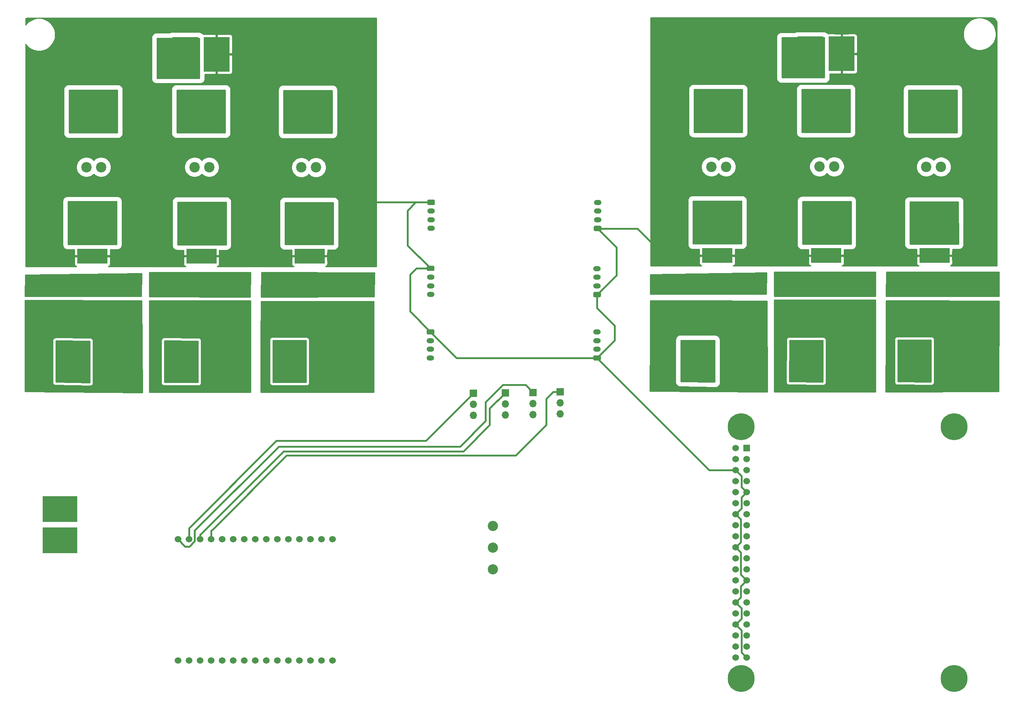
<source format=gbr>
G04 #@! TF.GenerationSoftware,KiCad,Pcbnew,(5.1.10)-1*
G04 #@! TF.CreationDate,2022-11-16T20:30:32+05:30*
G04 #@! TF.ProjectId,2023 control pcb,32303233-2063-46f6-9e74-726f6c207063,rev?*
G04 #@! TF.SameCoordinates,Original*
G04 #@! TF.FileFunction,Copper,L2,Bot*
G04 #@! TF.FilePolarity,Positive*
%FSLAX46Y46*%
G04 Gerber Fmt 4.6, Leading zero omitted, Abs format (unit mm)*
G04 Created by KiCad (PCBNEW (5.1.10)-1) date 2022-11-16 20:30:32*
%MOMM*%
%LPD*%
G01*
G04 APERTURE LIST*
G04 #@! TA.AperFunction,ComponentPad*
%ADD10R,7.000000X3.500000*%
G04 #@! TD*
G04 #@! TA.AperFunction,ComponentPad*
%ADD11R,6.000000X8.000000*%
G04 #@! TD*
G04 #@! TA.AperFunction,ComponentPad*
%ADD12C,2.400000*%
G04 #@! TD*
G04 #@! TA.AperFunction,ComponentPad*
%ADD13O,1.750000X1.200000*%
G04 #@! TD*
G04 #@! TA.AperFunction,ComponentPad*
%ADD14R,3.500000X7.000000*%
G04 #@! TD*
G04 #@! TA.AperFunction,ComponentPad*
%ADD15O,1.700000X1.700000*%
G04 #@! TD*
G04 #@! TA.AperFunction,ComponentPad*
%ADD16R,1.700000X1.700000*%
G04 #@! TD*
G04 #@! TA.AperFunction,ComponentPad*
%ADD17C,1.524000*%
G04 #@! TD*
G04 #@! TA.AperFunction,ComponentPad*
%ADD18R,8.000000X6.000000*%
G04 #@! TD*
G04 #@! TA.AperFunction,ComponentPad*
%ADD19C,6.200000*%
G04 #@! TD*
G04 #@! TA.AperFunction,ComponentPad*
%ADD20R,1.524000X1.524000*%
G04 #@! TD*
G04 #@! TA.AperFunction,ComponentPad*
%ADD21C,2.340000*%
G04 #@! TD*
G04 #@! TA.AperFunction,ViaPad*
%ADD22C,1.000000*%
G04 #@! TD*
G04 #@! TA.AperFunction,Conductor*
%ADD23C,0.400000*%
G04 #@! TD*
G04 #@! TA.AperFunction,Conductor*
%ADD24C,0.254000*%
G04 #@! TD*
G04 #@! TA.AperFunction,Conductor*
%ADD25C,0.100000*%
G04 #@! TD*
G04 APERTURE END LIST*
D10*
G04 #@! TO.P,J27,1*
G04 #@! TO.N,Net-(J27-Pad1)*
X316640000Y-87450000D03*
G04 #@! TO.P,J27,2*
G04 #@! TO.N,GND*
X316640000Y-92450000D03*
G04 #@! TD*
D11*
G04 #@! TO.P,J1,2*
G04 #@! TO.N,GND*
X151400000Y-46060000D03*
G04 #@! TO.P,J1,1*
G04 #@! TO.N,+24V*
X144200000Y-46060000D03*
G04 #@! TD*
G04 #@! TO.P,J2,2*
G04 #@! TO.N,GND*
X295250000Y-45950000D03*
G04 #@! TO.P,J2,1*
G04 #@! TO.N,+24V*
X288050000Y-45950000D03*
G04 #@! TD*
D10*
G04 #@! TO.P,J3,1*
G04 #@! TO.N,Net-(J3-Pad1)*
X122790000Y-87570000D03*
G04 #@! TO.P,J3,2*
G04 #@! TO.N,GND*
X122790000Y-92570000D03*
G04 #@! TD*
G04 #@! TO.P,J4,1*
G04 #@! TO.N,Net-(J12-Pad2)*
X122790000Y-104570000D03*
G04 #@! TO.P,J4,2*
G04 #@! TO.N,Net-(J12-Pad1)*
X122790000Y-99570000D03*
G04 #@! TD*
G04 #@! TO.P,J5,1*
G04 #@! TO.N,Net-(J5-Pad1)*
X266650000Y-87450000D03*
G04 #@! TO.P,J5,2*
G04 #@! TO.N,GND*
X266650000Y-92450000D03*
G04 #@! TD*
G04 #@! TO.P,J6,2*
G04 #@! TO.N,Net-(J13-Pad1)*
X266650000Y-104430000D03*
G04 #@! TO.P,J6,1*
G04 #@! TO.N,Net-(J13-Pad2)*
X266650000Y-99430000D03*
G04 #@! TD*
D12*
G04 #@! TO.P,J7,4*
G04 #@! TO.N,Net-(J3-Pad1)*
X124790000Y-72070000D03*
G04 #@! TO.P,J7,3*
X121390000Y-72070000D03*
G04 #@! TO.P,J7,2*
G04 #@! TO.N,+24V*
X121390000Y-58600000D03*
G04 #@! TO.P,J7,1*
X124790000Y-58600000D03*
G04 #@! TD*
G04 #@! TO.P,J8,4*
G04 #@! TO.N,Net-(J5-Pad1)*
X268650000Y-71970000D03*
G04 #@! TO.P,J8,3*
X265250000Y-71970000D03*
G04 #@! TO.P,J8,2*
G04 #@! TO.N,+24V*
X265250000Y-58500000D03*
G04 #@! TO.P,J8,1*
X268650000Y-58500000D03*
G04 #@! TD*
G04 #@! TO.P,J9,1*
G04 #@! TO.N,GND*
G04 #@! TA.AperFunction,ComponentPad*
G36*
G01*
X200134999Y-79570000D02*
X201385001Y-79570000D01*
G75*
G02*
X201635000Y-79819999I0J-249999D01*
G01*
X201635000Y-80520001D01*
G75*
G02*
X201385001Y-80770000I-249999J0D01*
G01*
X200134999Y-80770000D01*
G75*
G02*
X199885000Y-80520001I0J249999D01*
G01*
X199885000Y-79819999D01*
G75*
G02*
X200134999Y-79570000I249999J0D01*
G01*
G37*
G04 #@! TD.AperFunction*
D13*
G04 #@! TO.P,J9,2*
G04 #@! TO.N,Net-(J9-Pad2)*
X200760000Y-82170000D03*
G04 #@! TO.P,J9,3*
G04 #@! TO.N,PWML'*
X200760000Y-84170000D03*
G04 #@! TO.P,J9,4*
G04 #@! TO.N,DIRL'*
X200760000Y-86170000D03*
G04 #@! TD*
G04 #@! TO.P,J10,4*
G04 #@! TO.N,DIRL'*
X200640000Y-101400000D03*
G04 #@! TO.P,J10,3*
G04 #@! TO.N,PWML'*
X200640000Y-99400000D03*
G04 #@! TO.P,J10,2*
G04 #@! TO.N,Net-(J10-Pad2)*
X200640000Y-97400000D03*
G04 #@! TO.P,J10,1*
G04 #@! TO.N,GND*
G04 #@! TA.AperFunction,ComponentPad*
G36*
G01*
X200014999Y-94800000D02*
X201265001Y-94800000D01*
G75*
G02*
X201515000Y-95049999I0J-249999D01*
G01*
X201515000Y-95750001D01*
G75*
G02*
X201265001Y-96000000I-249999J0D01*
G01*
X200014999Y-96000000D01*
G75*
G02*
X199765000Y-95750001I0J249999D01*
G01*
X199765000Y-95049999D01*
G75*
G02*
X200014999Y-94800000I249999J0D01*
G01*
G37*
G04 #@! TD.AperFunction*
G04 #@! TD*
G04 #@! TO.P,J11,1*
G04 #@! TO.N,GND*
G04 #@! TA.AperFunction,ComponentPad*
G36*
G01*
X200004999Y-109420000D02*
X201255001Y-109420000D01*
G75*
G02*
X201505000Y-109669999I0J-249999D01*
G01*
X201505000Y-110370001D01*
G75*
G02*
X201255001Y-110620000I-249999J0D01*
G01*
X200004999Y-110620000D01*
G75*
G02*
X199755000Y-110370001I0J249999D01*
G01*
X199755000Y-109669999D01*
G75*
G02*
X200004999Y-109420000I249999J0D01*
G01*
G37*
G04 #@! TD.AperFunction*
G04 #@! TO.P,J11,2*
G04 #@! TO.N,Net-(J11-Pad2)*
X200630000Y-112020000D03*
G04 #@! TO.P,J11,3*
G04 #@! TO.N,PWML'*
X200630000Y-114020000D03*
G04 #@! TO.P,J11,4*
G04 #@! TO.N,DIRL'*
X200630000Y-116020000D03*
G04 #@! TD*
D14*
G04 #@! TO.P,J12,2*
G04 #@! TO.N,Net-(J12-Pad2)*
X125290000Y-116590000D03*
G04 #@! TO.P,J12,1*
G04 #@! TO.N,Net-(J12-Pad1)*
X120290000Y-116590000D03*
G04 #@! TD*
G04 #@! TO.P,J13,1*
G04 #@! TO.N,Net-(J13-Pad1)*
X269150000Y-116360000D03*
G04 #@! TO.P,J13,2*
G04 #@! TO.N,Net-(J13-Pad2)*
X264150000Y-116360000D03*
G04 #@! TD*
D10*
G04 #@! TO.P,J14,2*
G04 #@! TO.N,GND*
X147890000Y-92570000D03*
G04 #@! TO.P,J14,1*
G04 #@! TO.N,Net-(J14-Pad1)*
X147890000Y-87570000D03*
G04 #@! TD*
G04 #@! TO.P,J15,1*
G04 #@! TO.N,Net-(J15-Pad1)*
X147780000Y-99560000D03*
G04 #@! TO.P,J15,2*
G04 #@! TO.N,Net-(J15-Pad2)*
X147780000Y-104560000D03*
G04 #@! TD*
G04 #@! TO.P,J16,2*
G04 #@! TO.N,GND*
X291730000Y-92450000D03*
G04 #@! TO.P,J16,1*
G04 #@! TO.N,Net-(J16-Pad1)*
X291730000Y-87450000D03*
G04 #@! TD*
G04 #@! TO.P,J17,2*
G04 #@! TO.N,Net-(J17-Pad2)*
X291650000Y-104460000D03*
G04 #@! TO.P,J17,1*
G04 #@! TO.N,Net-(J17-Pad1)*
X291650000Y-99460000D03*
G04 #@! TD*
D12*
G04 #@! TO.P,J18,4*
G04 #@! TO.N,Net-(J14-Pad1)*
X149680000Y-72070000D03*
G04 #@! TO.P,J18,3*
X146280000Y-72070000D03*
G04 #@! TO.P,J18,2*
G04 #@! TO.N,+24V*
X146280000Y-58600000D03*
G04 #@! TO.P,J18,1*
X149680000Y-58600000D03*
G04 #@! TD*
G04 #@! TO.P,J19,1*
G04 #@! TO.N,+24V*
X293560000Y-58480000D03*
G04 #@! TO.P,J19,2*
X290160000Y-58480000D03*
G04 #@! TO.P,J19,3*
G04 #@! TO.N,Net-(J16-Pad1)*
X290160000Y-71950000D03*
G04 #@! TO.P,J19,4*
X293560000Y-71950000D03*
G04 #@! TD*
D14*
G04 #@! TO.P,J20,1*
G04 #@! TO.N,Net-(J15-Pad2)*
X150290000Y-116570000D03*
G04 #@! TO.P,J20,2*
G04 #@! TO.N,Net-(J15-Pad1)*
X145290000Y-116570000D03*
G04 #@! TD*
G04 #@! TO.P,J21,2*
G04 #@! TO.N,Net-(J17-Pad1)*
X289140000Y-116440000D03*
G04 #@! TO.P,J21,1*
G04 #@! TO.N,Net-(J17-Pad2)*
X294140000Y-116440000D03*
G04 #@! TD*
D13*
G04 #@! TO.P,J22,4*
G04 #@! TO.N,DIRR'*
X239090000Y-80190000D03*
G04 #@! TO.P,J22,3*
G04 #@! TO.N,PWMR'*
X239090000Y-82190000D03*
G04 #@! TO.P,J22,2*
G04 #@! TO.N,Net-(J22-Pad2)*
X239090000Y-84190000D03*
G04 #@! TO.P,J22,1*
G04 #@! TO.N,GND*
G04 #@! TA.AperFunction,ComponentPad*
G36*
G01*
X239715001Y-86790000D02*
X238464999Y-86790000D01*
G75*
G02*
X238215000Y-86540001I0J249999D01*
G01*
X238215000Y-85839999D01*
G75*
G02*
X238464999Y-85590000I249999J0D01*
G01*
X239715001Y-85590000D01*
G75*
G02*
X239965000Y-85839999I0J-249999D01*
G01*
X239965000Y-86540001D01*
G75*
G02*
X239715001Y-86790000I-249999J0D01*
G01*
G37*
G04 #@! TD.AperFunction*
G04 #@! TD*
G04 #@! TO.P,J23,1*
G04 #@! TO.N,GND*
G04 #@! TA.AperFunction,ComponentPad*
G36*
G01*
X239595001Y-102030000D02*
X238344999Y-102030000D01*
G75*
G02*
X238095000Y-101780001I0J249999D01*
G01*
X238095000Y-101079999D01*
G75*
G02*
X238344999Y-100830000I249999J0D01*
G01*
X239595001Y-100830000D01*
G75*
G02*
X239845000Y-101079999I0J-249999D01*
G01*
X239845000Y-101780001D01*
G75*
G02*
X239595001Y-102030000I-249999J0D01*
G01*
G37*
G04 #@! TD.AperFunction*
G04 #@! TO.P,J23,2*
G04 #@! TO.N,Net-(J23-Pad2)*
X238970000Y-99430000D03*
G04 #@! TO.P,J23,3*
G04 #@! TO.N,PWMR'*
X238970000Y-97430000D03*
G04 #@! TO.P,J23,4*
G04 #@! TO.N,DIRR'*
X238970000Y-95430000D03*
G04 #@! TD*
G04 #@! TO.P,J24,4*
G04 #@! TO.N,DIRR'*
X238970000Y-110030000D03*
G04 #@! TO.P,J24,3*
G04 #@! TO.N,PWMR'*
X238970000Y-112030000D03*
G04 #@! TO.P,J24,2*
G04 #@! TO.N,Net-(J24-Pad2)*
X238970000Y-114030000D03*
G04 #@! TO.P,J24,1*
G04 #@! TO.N,GND*
G04 #@! TA.AperFunction,ComponentPad*
G36*
G01*
X239595001Y-116630000D02*
X238344999Y-116630000D01*
G75*
G02*
X238095000Y-116380001I0J249999D01*
G01*
X238095000Y-115679999D01*
G75*
G02*
X238344999Y-115430000I249999J0D01*
G01*
X239595001Y-115430000D01*
G75*
G02*
X239845000Y-115679999I0J-249999D01*
G01*
X239845000Y-116380001D01*
G75*
G02*
X239595001Y-116630000I-249999J0D01*
G01*
G37*
G04 #@! TD.AperFunction*
G04 #@! TD*
D10*
G04 #@! TO.P,J25,2*
G04 #@! TO.N,GND*
X172790000Y-92570000D03*
G04 #@! TO.P,J25,1*
G04 #@! TO.N,Net-(J25-Pad1)*
X172790000Y-87570000D03*
G04 #@! TD*
G04 #@! TO.P,J26,1*
G04 #@! TO.N,Net-(J26-Pad1)*
X172790000Y-104570000D03*
G04 #@! TO.P,J26,2*
G04 #@! TO.N,Net-(J26-Pad2)*
X172790000Y-99570000D03*
G04 #@! TD*
G04 #@! TO.P,J28,2*
G04 #@! TO.N,Net-(J28-Pad2)*
X316650000Y-99450000D03*
G04 #@! TO.P,J28,1*
G04 #@! TO.N,Net-(J28-Pad1)*
X316650000Y-104450000D03*
G04 #@! TD*
D12*
G04 #@! TO.P,J29,1*
G04 #@! TO.N,+24V*
X174300000Y-58650000D03*
G04 #@! TO.P,J29,2*
X170900000Y-58650000D03*
G04 #@! TO.P,J29,3*
G04 #@! TO.N,Net-(J25-Pad1)*
X170900000Y-72120000D03*
G04 #@! TO.P,J29,4*
X174300000Y-72120000D03*
G04 #@! TD*
G04 #@! TO.P,J30,1*
G04 #@! TO.N,+24V*
X318150000Y-58530000D03*
G04 #@! TO.P,J30,2*
X314750000Y-58530000D03*
G04 #@! TO.P,J30,3*
G04 #@! TO.N,Net-(J27-Pad1)*
X314750000Y-72000000D03*
G04 #@! TO.P,J30,4*
X318150000Y-72000000D03*
G04 #@! TD*
D14*
G04 #@! TO.P,J31,2*
G04 #@! TO.N,Net-(J26-Pad1)*
X175290000Y-116570000D03*
G04 #@! TO.P,J31,1*
G04 #@! TO.N,Net-(J26-Pad2)*
X170290000Y-116570000D03*
G04 #@! TD*
G04 #@! TO.P,J32,1*
G04 #@! TO.N,Net-(J28-Pad2)*
X314140000Y-116450000D03*
G04 #@! TO.P,J32,2*
G04 #@! TO.N,Net-(J28-Pad1)*
X319140000Y-116450000D03*
G04 #@! TD*
D15*
G04 #@! TO.P,J34,3*
G04 #@! TO.N,PWML*
X224250000Y-129030000D03*
G04 #@! TO.P,J34,2*
G04 #@! TO.N,Net-(J34-Pad2)*
X224250000Y-126490000D03*
D16*
G04 #@! TO.P,J34,1*
G04 #@! TO.N,PWML''*
X224250000Y-123950000D03*
G04 #@! TD*
G04 #@! TO.P,J35,1*
G04 #@! TO.N,PWMR''*
X217850000Y-124050000D03*
D15*
G04 #@! TO.P,J35,2*
G04 #@! TO.N,Net-(J35-Pad2)*
X217850000Y-126590000D03*
G04 #@! TO.P,J35,3*
G04 #@! TO.N,PWMR*
X217850000Y-129130000D03*
G04 #@! TD*
D16*
G04 #@! TO.P,J36,1*
G04 #@! TO.N,DIRL''*
X210500000Y-124150000D03*
D15*
G04 #@! TO.P,J36,2*
G04 #@! TO.N,Net-(J36-Pad2)*
X210500000Y-126690000D03*
G04 #@! TO.P,J36,3*
G04 #@! TO.N,DIRL*
X210500000Y-129230000D03*
G04 #@! TD*
G04 #@! TO.P,J37,3*
G04 #@! TO.N,DIRR*
X230490000Y-128920000D03*
G04 #@! TO.P,J37,2*
G04 #@! TO.N,Net-(J37-Pad2)*
X230490000Y-126380000D03*
D16*
G04 #@! TO.P,J37,1*
G04 #@! TO.N,DIRR''*
X230490000Y-123840000D03*
G04 #@! TD*
D17*
G04 #@! TO.P,J39,1*
G04 #@! TO.N,ESP_VDD*
X142510000Y-185740000D03*
G04 #@! TO.P,J39,3*
G04 #@! TO.N,Net-(J39-Pad3)*
X147590000Y-185740000D03*
G04 #@! TO.P,J39,4*
G04 #@! TO.N,Net-(J39-Pad4)*
X150130000Y-185740000D03*
G04 #@! TO.P,J39,5*
G04 #@! TO.N,Net-(J39-Pad5)*
X152670000Y-185740000D03*
G04 #@! TO.P,J39,6*
G04 #@! TO.N,Net-(J39-Pad6)*
X155210000Y-185740000D03*
G04 #@! TO.P,J39,7*
G04 #@! TO.N,Net-(J39-Pad7)*
X157750000Y-185740000D03*
G04 #@! TO.P,J39,8*
G04 #@! TO.N,Net-(J39-Pad8)*
X160290000Y-185740000D03*
G04 #@! TO.P,J39,9*
G04 #@! TO.N,Net-(J39-Pad9)*
X162830000Y-185740000D03*
G04 #@! TO.P,J39,10*
G04 #@! TO.N,Net-(J39-Pad10)*
X165370000Y-185740000D03*
G04 #@! TO.P,J39,11*
G04 #@! TO.N,Net-(J39-Pad11)*
X167910000Y-185740000D03*
G04 #@! TO.P,J39,12*
G04 #@! TO.N,Net-(J39-Pad12)*
X170450000Y-185740000D03*
G04 #@! TO.P,J39,13*
G04 #@! TO.N,Net-(J39-Pad13)*
X172990000Y-185740000D03*
G04 #@! TO.P,J39,14*
G04 #@! TO.N,Net-(J39-Pad14)*
X175530000Y-185740000D03*
G04 #@! TO.P,J39,15*
G04 #@! TO.N,Net-(J39-Pad15)*
X178070000Y-185740000D03*
G04 #@! TO.P,J39,16*
G04 #@! TO.N,PWML''*
X142510000Y-157800000D03*
G04 #@! TO.P,J39,17*
G04 #@! TO.N,DIRL''*
X145050000Y-157800000D03*
G04 #@! TO.P,J39,18*
G04 #@! TO.N,PWMR''*
X147590000Y-157800000D03*
G04 #@! TO.P,J39,19*
G04 #@! TO.N,DIRR''*
X150130000Y-157800000D03*
G04 #@! TO.P,J39,20*
G04 #@! TO.N,Net-(J39-Pad20)*
X152670000Y-157800000D03*
G04 #@! TO.P,J39,21*
G04 #@! TO.N,Net-(J39-Pad21)*
X155210000Y-157800000D03*
G04 #@! TO.P,J39,22*
G04 #@! TO.N,Net-(J39-Pad22)*
X157750000Y-157800000D03*
G04 #@! TO.P,J39,23*
G04 #@! TO.N,Net-(J39-Pad23)*
X160290000Y-157800000D03*
G04 #@! TO.P,J39,24*
G04 #@! TO.N,Net-(J39-Pad24)*
X162830000Y-157800000D03*
G04 #@! TO.P,J39,25*
G04 #@! TO.N,Net-(J39-Pad25)*
X165370000Y-157800000D03*
G04 #@! TO.P,J39,26*
G04 #@! TO.N,Net-(J39-Pad26)*
X167910000Y-157800000D03*
G04 #@! TO.P,J39,27*
G04 #@! TO.N,Net-(J39-Pad27)*
X170450000Y-157800000D03*
G04 #@! TO.P,J39,28*
G04 #@! TO.N,Net-(J39-Pad28)*
X172990000Y-157800000D03*
G04 #@! TO.P,J39,29*
G04 #@! TO.N,Net-(J39-Pad29)*
X175530000Y-157800000D03*
G04 #@! TO.P,J39,30*
G04 #@! TO.N,Net-(J39-Pad30)*
X178070000Y-157800000D03*
G04 #@! TO.P,J39,2*
G04 #@! TO.N,GND*
X145050000Y-185740000D03*
G04 #@! TD*
D18*
G04 #@! TO.P,J33,1*
G04 #@! TO.N,GND*
X115350000Y-157990000D03*
G04 #@! TO.P,J33,2*
G04 #@! TO.N,Net-(J33-Pad2)*
X115350000Y-150790000D03*
G04 #@! TD*
D19*
G04 #@! TO.P,J38,S4*
G04 #@! TO.N,N/C*
X321150000Y-131900000D03*
G04 #@! TO.P,J38,S3*
X321150000Y-189900000D03*
G04 #@! TO.P,J38,S2*
X272150000Y-189900000D03*
G04 #@! TO.P,J38,S1*
X272150000Y-131900000D03*
D20*
G04 #@! TO.P,J38,1*
G04 #@! TO.N,Net-(J38-Pad1)*
X273420000Y-136770000D03*
D17*
G04 #@! TO.P,J38,3*
G04 #@! TO.N,Net-(J38-Pad3)*
X273420000Y-139310000D03*
G04 #@! TO.P,J38,5*
G04 #@! TO.N,Net-(J38-Pad5)*
X273420000Y-141850000D03*
G04 #@! TO.P,J38,7*
G04 #@! TO.N,Net-(J38-Pad7)*
X273420000Y-144390000D03*
G04 #@! TO.P,J38,9*
G04 #@! TO.N,GND*
X273420000Y-146930000D03*
G04 #@! TO.P,J38,11*
G04 #@! TO.N,Net-(J38-Pad11)*
X273420000Y-149470000D03*
G04 #@! TO.P,J38,2*
G04 #@! TO.N,Net-(J38-Pad2)*
X270880000Y-136770000D03*
G04 #@! TO.P,J38,4*
X270880000Y-139310000D03*
G04 #@! TO.P,J38,6*
G04 #@! TO.N,GND*
X270880000Y-141850000D03*
G04 #@! TO.P,J38,8*
G04 #@! TO.N,Net-(J38-Pad8)*
X270880000Y-144390000D03*
G04 #@! TO.P,J38,10*
G04 #@! TO.N,Net-(J38-Pad10)*
X270880000Y-146930000D03*
G04 #@! TO.P,J38,12*
G04 #@! TO.N,Net-(J38-Pad12)*
X270880000Y-149470000D03*
G04 #@! TO.P,J38,13*
G04 #@! TO.N,Net-(J38-Pad13)*
X273420000Y-152010000D03*
G04 #@! TO.P,J38,14*
G04 #@! TO.N,GND*
X270880000Y-152010000D03*
G04 #@! TO.P,J38,15*
G04 #@! TO.N,Net-(J38-Pad15)*
X273420000Y-154550000D03*
G04 #@! TO.P,J38,17*
G04 #@! TO.N,Net-(J38-Pad1)*
X273420000Y-157090000D03*
G04 #@! TO.P,J38,19*
G04 #@! TO.N,Net-(J38-Pad19)*
X273420000Y-159630000D03*
G04 #@! TO.P,J38,21*
G04 #@! TO.N,Net-(J38-Pad21)*
X273420000Y-162170000D03*
G04 #@! TO.P,J38,23*
G04 #@! TO.N,Net-(J38-Pad23)*
X273420000Y-164710000D03*
G04 #@! TO.P,J38,25*
G04 #@! TO.N,GND*
X273420000Y-167250000D03*
G04 #@! TO.P,J38,16*
G04 #@! TO.N,Net-(J38-Pad16)*
X270880000Y-154550000D03*
G04 #@! TO.P,J38,18*
G04 #@! TO.N,Net-(J38-Pad18)*
X270880000Y-157090000D03*
G04 #@! TO.P,J38,20*
G04 #@! TO.N,GND*
X270880000Y-159630000D03*
G04 #@! TO.P,J38,22*
G04 #@! TO.N,Net-(J38-Pad22)*
X270880000Y-162170000D03*
G04 #@! TO.P,J38,24*
G04 #@! TO.N,Net-(J38-Pad24)*
X270880000Y-164710000D03*
G04 #@! TO.P,J38,26*
G04 #@! TO.N,Net-(J38-Pad26)*
X270880000Y-167250000D03*
G04 #@! TO.P,J38,27*
G04 #@! TO.N,Net-(J38-Pad27)*
X273420000Y-169790000D03*
G04 #@! TO.P,J38,28*
G04 #@! TO.N,Net-(J38-Pad28)*
X270880000Y-169790000D03*
G04 #@! TO.P,J38,29*
G04 #@! TO.N,Net-(J38-Pad29)*
X273420000Y-172330000D03*
G04 #@! TO.P,J38,31*
G04 #@! TO.N,Net-(J38-Pad31)*
X273420000Y-174870000D03*
G04 #@! TO.P,J38,33*
G04 #@! TO.N,PWML*
X273420000Y-177410000D03*
G04 #@! TO.P,J38,35*
G04 #@! TO.N,DIRR*
X273420000Y-179950000D03*
G04 #@! TO.P,J38,37*
G04 #@! TO.N,Net-(J38-Pad37)*
X273420000Y-182490000D03*
G04 #@! TO.P,J38,39*
G04 #@! TO.N,GND*
X273420000Y-185030000D03*
G04 #@! TO.P,J38,30*
X270880000Y-172330000D03*
G04 #@! TO.P,J38,32*
G04 #@! TO.N,PWMR*
X270880000Y-174870000D03*
G04 #@! TO.P,J38,34*
G04 #@! TO.N,GND*
X270880000Y-177410000D03*
G04 #@! TO.P,J38,36*
G04 #@! TO.N,DIRL*
X270880000Y-179950000D03*
G04 #@! TO.P,J38,38*
G04 #@! TO.N,Net-(J38-Pad38)*
X270880000Y-182490000D03*
G04 #@! TO.P,J38,40*
G04 #@! TO.N,Net-(J38-Pad40)*
X270880000Y-185030000D03*
G04 #@! TD*
D21*
G04 #@! TO.P,SW1,3*
G04 #@! TO.N,Net-(SW1-Pad3)*
X215000000Y-164710000D03*
G04 #@! TO.P,SW1,2*
G04 #@! TO.N,ESP_VDD*
X215000000Y-159710000D03*
G04 #@! TO.P,SW1,1*
G04 #@! TO.N,Net-(J33-Pad2)*
X215000000Y-154710000D03*
G04 #@! TD*
D22*
G04 #@! TO.N,+24V*
X138400000Y-43120000D03*
X138350000Y-44560000D03*
X138280000Y-45930000D03*
X138280000Y-47460000D03*
X138200000Y-49010000D03*
X139970000Y-43070000D03*
X139930000Y-44540000D03*
X139770000Y-45930000D03*
X139770000Y-47380000D03*
X139740000Y-48900000D03*
X138250000Y-50650000D03*
X139770000Y-50610000D03*
X118420000Y-55210000D03*
X119900000Y-55230000D03*
X121540000Y-55300000D03*
X123220000Y-55340000D03*
X124930000Y-55410000D03*
X126640000Y-55480000D03*
X118260000Y-61830000D03*
X119880000Y-61830000D03*
X121400000Y-61860000D03*
X122950000Y-61860000D03*
X124540000Y-61900000D03*
X126300000Y-61970000D03*
X143390000Y-55610000D03*
X145120000Y-55630000D03*
X146660000Y-55670000D03*
X148340000Y-55640000D03*
X150000000Y-55670000D03*
X151620000Y-55640000D03*
X143230000Y-61870000D03*
X144640000Y-61840000D03*
X146260000Y-61870000D03*
X147830000Y-61910000D03*
X149610000Y-61940000D03*
X151220000Y-61940000D03*
X167890000Y-55370000D03*
X169890000Y-55370000D03*
X171740000Y-55370000D03*
X173710000Y-55410000D03*
X175710000Y-55410000D03*
X177410000Y-55410000D03*
X167930000Y-61430000D03*
X169810000Y-61510000D03*
X171740000Y-61590000D03*
X174060000Y-61550000D03*
X176070000Y-61590000D03*
X177480000Y-61630000D03*
X282420000Y-42980000D03*
X284050000Y-42940000D03*
X282650000Y-44870000D03*
X284000000Y-44750000D03*
X282280000Y-46940000D03*
X283800000Y-46940000D03*
X282260000Y-49320000D03*
X283820000Y-49280000D03*
X262520000Y-55300000D03*
X264220000Y-55330000D03*
X265680000Y-55290000D03*
X267430000Y-55320000D03*
X269480000Y-55320000D03*
X271400000Y-55320000D03*
X262210000Y-61480000D03*
X263990000Y-61340000D03*
X265810000Y-61400000D03*
X267770000Y-61340000D03*
X269860000Y-61230000D03*
X271570000Y-61170000D03*
X287010000Y-55370000D03*
X288580000Y-55280000D03*
X290310000Y-55400000D03*
X292210000Y-55450000D03*
X294390000Y-55400000D03*
X296120000Y-55400000D03*
X287150000Y-61940000D03*
X288690000Y-61800000D03*
X291030000Y-61820000D03*
X292820000Y-61910000D03*
X294780000Y-61910000D03*
X296620000Y-61660000D03*
X311240000Y-55480000D03*
X312690000Y-55420000D03*
X314420000Y-55310000D03*
X316410000Y-55250000D03*
X318510000Y-55220000D03*
X320430000Y-55200000D03*
X311350000Y-62300000D03*
X313110000Y-62130000D03*
X315510000Y-62040000D03*
X317190000Y-62040000D03*
X319570000Y-62100000D03*
X321130000Y-61930000D03*
G04 #@! TO.N,Net-(J12-Pad1)*
X109560000Y-98140000D03*
X109400000Y-100570000D03*
X112070000Y-97910000D03*
X111990000Y-100810000D03*
X114770000Y-98140000D03*
X114890000Y-100370000D03*
X128300000Y-98100000D03*
X128380000Y-100370000D03*
X130610000Y-97830000D03*
X131090000Y-100530000D03*
X133000000Y-99140000D03*
X117440000Y-99220000D03*
X114950000Y-113210000D03*
X116990000Y-113130000D03*
X115290000Y-115420000D03*
X117080000Y-115390000D03*
X115260000Y-118190000D03*
X117190000Y-118240000D03*
X115370000Y-120330000D03*
X117470000Y-120350000D03*
G04 #@! TO.N,Net-(J3-Pad1)*
X118160000Y-81070000D03*
X119960000Y-81070000D03*
X122130000Y-81070000D03*
X124420000Y-81070000D03*
X126450000Y-81140000D03*
X126550000Y-83270000D03*
X124290000Y-83140000D03*
X122100000Y-83270000D03*
X119800000Y-83240000D03*
X117960000Y-83170000D03*
X120690000Y-84880000D03*
X123570000Y-84910000D03*
G04 #@! TO.N,Net-(J5-Pad1)*
X262000000Y-81080000D03*
X263690000Y-81040000D03*
X265710000Y-81080000D03*
X267190000Y-81000000D03*
X269170000Y-80880000D03*
X271620000Y-80840000D03*
X262080000Y-83820000D03*
X263690000Y-83580000D03*
X265950000Y-83620000D03*
X267840000Y-83580000D03*
X269610000Y-83530000D03*
X271510000Y-83540000D03*
G04 #@! TO.N,Net-(J13-Pad2)*
X259380000Y-112990000D03*
X261010000Y-112950000D03*
X259340000Y-114910000D03*
X261030000Y-115050000D03*
X259220000Y-116940000D03*
X261250000Y-116960000D03*
X259200000Y-119180000D03*
X261180000Y-119130000D03*
X252390000Y-97640000D03*
X252670000Y-100460000D03*
X254720000Y-97430000D03*
X254910000Y-100360000D03*
X257350000Y-97520000D03*
X257680000Y-100200000D03*
X259890000Y-98800000D03*
X271620000Y-97740000D03*
X271680000Y-100190000D03*
X273860000Y-97570000D03*
X273930000Y-100060000D03*
X276380000Y-98750000D03*
G04 #@! TO.N,Net-(J14-Pad1)*
X143740000Y-81190000D03*
X145240000Y-81110000D03*
X147440000Y-81070000D03*
X149720000Y-81150000D03*
X152080000Y-81110000D03*
X144050000Y-83080000D03*
X145950000Y-83030000D03*
X148120000Y-82970000D03*
X150120000Y-82980000D03*
X152140000Y-83030000D03*
X146920000Y-84680000D03*
X149230000Y-84570000D03*
G04 #@! TO.N,Net-(J15-Pad1)*
X136900000Y-97850000D03*
X137100000Y-100100000D03*
X138770000Y-97760000D03*
X138960000Y-100190000D03*
X141250000Y-97810000D03*
X141390000Y-99960000D03*
X142780000Y-98810000D03*
X153090000Y-97420000D03*
X153280000Y-100150000D03*
X155380000Y-97760000D03*
X155530000Y-100050000D03*
X157720000Y-98710000D03*
X140260000Y-113580000D03*
X142070000Y-113640000D03*
X140280000Y-115870000D03*
X142190000Y-115680000D03*
X140170000Y-118050000D03*
X142440000Y-118160000D03*
X140310000Y-120230000D03*
X142350000Y-120290000D03*
G04 #@! TO.N,Net-(J16-Pad1)*
X287210000Y-81070000D03*
X288900000Y-80990000D03*
X290820000Y-80990000D03*
X292970000Y-81020000D03*
X295090000Y-80960000D03*
X296730000Y-80990000D03*
X287230000Y-82940000D03*
X288990000Y-82880000D03*
X290940000Y-82970000D03*
X293000000Y-82850000D03*
X295040000Y-82880000D03*
X296760000Y-83020000D03*
G04 #@! TO.N,Net-(J17-Pad1)*
X284040000Y-113210000D03*
X285880000Y-113210000D03*
X284040000Y-115140000D03*
X286110000Y-115230000D03*
X284060000Y-117240000D03*
X286250000Y-117280000D03*
X284040000Y-119430000D03*
X286280000Y-119480000D03*
X281130000Y-98010000D03*
X281030000Y-100220000D03*
X283110000Y-97880000D03*
X282970000Y-100320000D03*
X285120000Y-98180000D03*
X285420000Y-100260000D03*
X287030000Y-98850000D03*
X296620000Y-97470000D03*
X296590000Y-99790000D03*
X298470000Y-97510000D03*
X298570000Y-100020000D03*
X301190000Y-98980000D03*
G04 #@! TO.N,Net-(J25-Pad1)*
X168360000Y-81340000D03*
X170210000Y-81370000D03*
X173040000Y-81410000D03*
X175760000Y-81100000D03*
X177880000Y-81370000D03*
X168280000Y-83240000D03*
X169880000Y-83220000D03*
X171670000Y-83250000D03*
X174260000Y-83110000D03*
X176820000Y-83210000D03*
X172020000Y-84670000D03*
X173750000Y-84640000D03*
G04 #@! TO.N,Net-(J26-Pad2)*
X162590000Y-97950000D03*
X162590000Y-100230000D03*
X164780000Y-98090000D03*
X164830000Y-100540000D03*
X166920000Y-97830000D03*
X167020000Y-100680000D03*
X178480000Y-97930000D03*
X178680000Y-100370000D03*
X181250000Y-97580000D03*
X181900000Y-100400000D03*
X184270000Y-97930000D03*
X184620000Y-100470000D03*
X165180000Y-113000000D03*
X166910000Y-112970000D03*
X165060000Y-115040000D03*
X166910000Y-115130000D03*
X164950000Y-117250000D03*
X167050000Y-117450000D03*
X165040000Y-119850000D03*
X167160000Y-119820000D03*
G04 #@! TO.N,Net-(J27-Pad1)*
X312180000Y-81260000D03*
X313760000Y-81260000D03*
X315800000Y-81060000D03*
X317800000Y-81230000D03*
X319760000Y-81230000D03*
X321560000Y-81230000D03*
X311780000Y-83210000D03*
X313870000Y-83210000D03*
X315880000Y-83240000D03*
X318030000Y-83350000D03*
X319730000Y-83240000D03*
X321310000Y-83040000D03*
G04 #@! TO.N,Net-(J28-Pad2)*
X308800000Y-113170000D03*
X310680000Y-113100000D03*
X309000000Y-114940000D03*
X310880000Y-115080000D03*
X308830000Y-116960000D03*
X311110000Y-116920000D03*
X309030000Y-119370000D03*
X311250000Y-119400000D03*
X306440000Y-97800000D03*
X306490000Y-100210000D03*
X308090000Y-97760000D03*
X308210000Y-100130000D03*
X310070000Y-97720000D03*
X310220000Y-100180000D03*
X311740000Y-98930000D03*
X322130000Y-97550000D03*
X322230000Y-100690000D03*
X324600000Y-97800000D03*
X325000000Y-100870000D03*
X327660000Y-97570000D03*
X327940000Y-100790000D03*
G04 #@! TD*
D23*
G04 #@! TO.N,GND*
X200760000Y-80170000D02*
X188030000Y-80170000D01*
X188030000Y-80170000D02*
X182500000Y-85700000D01*
X182500000Y-85700000D02*
X182500000Y-90950000D01*
X180880000Y-92570000D02*
X172790000Y-92570000D01*
X182500000Y-90950000D02*
X180880000Y-92570000D01*
X200760000Y-80170000D02*
X197230000Y-80170000D01*
X197230000Y-80170000D02*
X195350000Y-82050000D01*
X195350000Y-90110000D02*
X200640000Y-95400000D01*
X195350000Y-82050000D02*
X195350000Y-90110000D01*
X200640000Y-95400000D02*
X197350000Y-95400000D01*
X197350000Y-95400000D02*
X195900000Y-96850000D01*
X195900000Y-105290000D02*
X200630000Y-110020000D01*
X195900000Y-96850000D02*
X195900000Y-105290000D01*
X243450000Y-96950000D02*
X238970000Y-101430000D01*
X243450000Y-90550000D02*
X243450000Y-96950000D01*
X238970000Y-101430000D02*
X238970000Y-104520000D01*
X238970000Y-104520000D02*
X243050000Y-108600000D01*
X243050000Y-111950000D02*
X238970000Y-116030000D01*
X243050000Y-108600000D02*
X243050000Y-111950000D01*
X239090000Y-86190000D02*
X243450000Y-90550000D01*
X266650000Y-92450000D02*
X254550000Y-92450000D01*
X248290000Y-86190000D02*
X239090000Y-86190000D01*
X254550000Y-92450000D02*
X248290000Y-86190000D01*
X206640000Y-116030000D02*
X200630000Y-110020000D01*
X238970000Y-116030000D02*
X206640000Y-116030000D01*
X272257999Y-178787999D02*
X270880000Y-177410000D01*
X272257999Y-183867999D02*
X272257999Y-178787999D01*
X273420000Y-185030000D02*
X272257999Y-183867999D01*
X272257999Y-173707999D02*
X270880000Y-172330000D01*
X272257999Y-176032001D02*
X272257999Y-173707999D01*
X270880000Y-177410000D02*
X272257999Y-176032001D01*
X272042001Y-168627999D02*
X273420000Y-167250000D01*
X272042001Y-171167999D02*
X272042001Y-168627999D01*
X270880000Y-172330000D02*
X272042001Y-171167999D01*
X272042001Y-160792001D02*
X270880000Y-159630000D01*
X272042001Y-165872001D02*
X272042001Y-160792001D01*
X273420000Y-167250000D02*
X272042001Y-165872001D01*
X272042001Y-158467999D02*
X272042001Y-153172001D01*
X272042001Y-153172001D02*
X270880000Y-152010000D01*
X270880000Y-159630000D02*
X272042001Y-158467999D01*
X272257999Y-148092001D02*
X273420000Y-146930000D01*
X272257999Y-150632001D02*
X272257999Y-148092001D01*
X270880000Y-152010000D02*
X272257999Y-150632001D01*
X272257999Y-143227999D02*
X270880000Y-141850000D01*
X272257999Y-145767999D02*
X272257999Y-143227999D01*
X273420000Y-146930000D02*
X272257999Y-145767999D01*
X264790000Y-141850000D02*
X238970000Y-116030000D01*
X270880000Y-141850000D02*
X264790000Y-141850000D01*
G04 #@! TO.N,PWML''*
X224250000Y-123950000D02*
X222500000Y-122200000D01*
X217279998Y-122200000D02*
X213300000Y-126179998D01*
X222500000Y-122200000D02*
X217279998Y-122200000D01*
X213300000Y-126179998D02*
X213300000Y-130550000D01*
X213300000Y-130550000D02*
X207450000Y-136400000D01*
X207450000Y-136400000D02*
X165700000Y-136400000D01*
X165700000Y-136400000D02*
X146350000Y-155750000D01*
X146350000Y-158219762D02*
X145119762Y-159450000D01*
X146350000Y-155750000D02*
X146350000Y-158219762D01*
X144160000Y-159450000D02*
X142510000Y-157800000D01*
X145119762Y-159450000D02*
X144160000Y-159450000D01*
G04 #@! TO.N,PWMR''*
X147590000Y-156722370D02*
X166812370Y-137500000D01*
X147590000Y-157800000D02*
X147590000Y-156722370D01*
X166812370Y-137500000D02*
X208200000Y-137500000D01*
X208200000Y-137500000D02*
X214250000Y-131450000D01*
X214250000Y-127650000D02*
X217850000Y-124050000D01*
X214250000Y-131450000D02*
X214250000Y-127650000D01*
G04 #@! TO.N,DIRL''*
X145050000Y-157800000D02*
X145050000Y-155200000D01*
X145050000Y-155200000D02*
X165150000Y-135100000D01*
X199550000Y-135100000D02*
X210500000Y-124150000D01*
X165150000Y-135100000D02*
X199550000Y-135100000D01*
G04 #@! TO.N,DIRR''*
X230490000Y-123840000D02*
X228860000Y-123840000D01*
X228860000Y-123840000D02*
X227300000Y-125400000D01*
X227300000Y-125400000D02*
X227300000Y-131450000D01*
X227300000Y-131450000D02*
X220250000Y-138500000D01*
X220250000Y-138500000D02*
X167494240Y-138500000D01*
X150130000Y-155864240D02*
X150597120Y-155397120D01*
X150130000Y-157800000D02*
X150130000Y-155864240D01*
X167494240Y-138500000D02*
X150597120Y-155397120D01*
G04 #@! TD*
D24*
G04 #@! TO.N,Net-(J28-Pad1)*
X331452838Y-102906710D02*
X331426162Y-123763172D01*
X305410299Y-123802826D01*
X305454252Y-111721356D01*
X307424217Y-111721356D01*
X307448638Y-121613776D01*
X307460470Y-121734229D01*
X307496249Y-121853458D01*
X307554601Y-121963416D01*
X307633284Y-122059878D01*
X307729273Y-122139135D01*
X307838881Y-122198143D01*
X307957894Y-122234634D01*
X308081739Y-122247205D01*
X315977016Y-122270790D01*
X316105816Y-122257983D01*
X316224760Y-122221271D01*
X316334258Y-122162058D01*
X316430099Y-122082622D01*
X316508602Y-121986014D01*
X316566749Y-121875948D01*
X316602305Y-121756652D01*
X316613906Y-121632712D01*
X316565778Y-111713131D01*
X316553527Y-111592047D01*
X316517338Y-111472942D01*
X316458608Y-111363185D01*
X316379594Y-111266995D01*
X316283332Y-111188069D01*
X316173522Y-111129438D01*
X316054384Y-111093357D01*
X315930497Y-111081212D01*
X308058927Y-111084788D01*
X307933796Y-111097297D01*
X307814763Y-111133726D01*
X307705126Y-111192677D01*
X307609095Y-111271885D01*
X307530362Y-111368305D01*
X307471953Y-111478233D01*
X307436112Y-111597443D01*
X307424217Y-111721356D01*
X305454252Y-111721356D01*
X305486538Y-102847290D01*
X331452838Y-102906710D01*
G04 #@! TA.AperFunction,Conductor*
D25*
G36*
X331452838Y-102906710D02*
G01*
X331426162Y-123763172D01*
X305410299Y-123802826D01*
X305454252Y-111721356D01*
X307424217Y-111721356D01*
X307448638Y-121613776D01*
X307460470Y-121734229D01*
X307496249Y-121853458D01*
X307554601Y-121963416D01*
X307633284Y-122059878D01*
X307729273Y-122139135D01*
X307838881Y-122198143D01*
X307957894Y-122234634D01*
X308081739Y-122247205D01*
X315977016Y-122270790D01*
X316105816Y-122257983D01*
X316224760Y-122221271D01*
X316334258Y-122162058D01*
X316430099Y-122082622D01*
X316508602Y-121986014D01*
X316566749Y-121875948D01*
X316602305Y-121756652D01*
X316613906Y-121632712D01*
X316565778Y-111713131D01*
X316553527Y-111592047D01*
X316517338Y-111472942D01*
X316458608Y-111363185D01*
X316379594Y-111266995D01*
X316283332Y-111188069D01*
X316173522Y-111129438D01*
X316054384Y-111093357D01*
X315930497Y-111081212D01*
X308058927Y-111084788D01*
X307933796Y-111097297D01*
X307814763Y-111133726D01*
X307705126Y-111192677D01*
X307609095Y-111271885D01*
X307530362Y-111368305D01*
X307471953Y-111478233D01*
X307436112Y-111597443D01*
X307424217Y-111721356D01*
X305454252Y-111721356D01*
X305486538Y-102847290D01*
X331452838Y-102906710D01*
G37*
G04 #@! TD.AperFunction*
G04 #@! TD*
D24*
G04 #@! TO.N,Net-(J17-Pad2)*
X303073028Y-123783000D02*
X279768722Y-123783000D01*
X279769569Y-121609289D01*
X282485185Y-121609289D01*
X282496978Y-121732658D01*
X282532719Y-121851898D01*
X282591037Y-121961875D01*
X282669688Y-122058361D01*
X282765653Y-122137649D01*
X282875241Y-122196692D01*
X282994243Y-122233221D01*
X283118084Y-122245832D01*
X291083719Y-122272163D01*
X291210709Y-122259763D01*
X291329772Y-122223435D01*
X291439460Y-122164577D01*
X291535558Y-122085451D01*
X291614372Y-121989097D01*
X291672875Y-121879219D01*
X291708817Y-121760039D01*
X291720817Y-121636137D01*
X291704982Y-111864614D01*
X291693418Y-111745006D01*
X291657904Y-111625698D01*
X291599797Y-111515611D01*
X291521329Y-111418975D01*
X291425515Y-111339505D01*
X291316039Y-111280253D01*
X291197108Y-111243498D01*
X291073291Y-111230652D01*
X283147317Y-111189367D01*
X283021643Y-111201260D01*
X282902434Y-111237105D01*
X282792508Y-111295517D01*
X282696091Y-111374253D01*
X282616886Y-111470287D01*
X282557939Y-111579926D01*
X282521514Y-111698960D01*
X282509011Y-111822812D01*
X282485185Y-121609289D01*
X279769569Y-121609289D01*
X279776951Y-102677000D01*
X303023299Y-102677000D01*
X303073028Y-123783000D01*
G04 #@! TA.AperFunction,Conductor*
D25*
G36*
X303073028Y-123783000D02*
G01*
X279768722Y-123783000D01*
X279769569Y-121609289D01*
X282485185Y-121609289D01*
X282496978Y-121732658D01*
X282532719Y-121851898D01*
X282591037Y-121961875D01*
X282669688Y-122058361D01*
X282765653Y-122137649D01*
X282875241Y-122196692D01*
X282994243Y-122233221D01*
X283118084Y-122245832D01*
X291083719Y-122272163D01*
X291210709Y-122259763D01*
X291329772Y-122223435D01*
X291439460Y-122164577D01*
X291535558Y-122085451D01*
X291614372Y-121989097D01*
X291672875Y-121879219D01*
X291708817Y-121760039D01*
X291720817Y-121636137D01*
X291704982Y-111864614D01*
X291693418Y-111745006D01*
X291657904Y-111625698D01*
X291599797Y-111515611D01*
X291521329Y-111418975D01*
X291425515Y-111339505D01*
X291316039Y-111280253D01*
X291197108Y-111243498D01*
X291073291Y-111230652D01*
X283147317Y-111189367D01*
X283021643Y-111201260D01*
X282902434Y-111237105D01*
X282792508Y-111295517D01*
X282696091Y-111374253D01*
X282616886Y-111470287D01*
X282557939Y-111579926D01*
X282521514Y-111698960D01*
X282509011Y-111822812D01*
X282485185Y-121609289D01*
X279769569Y-121609289D01*
X279776951Y-102677000D01*
X303023299Y-102677000D01*
X303073028Y-123783000D01*
G37*
G04 #@! TD.AperFunction*
G04 #@! TD*
D24*
G04 #@! TO.N,Net-(J13-Pad1)*
X278047304Y-102869805D02*
X278184244Y-123837129D01*
X251158531Y-123640341D01*
X251211950Y-111840000D01*
X257003000Y-111840000D01*
X257003000Y-121549462D01*
X257020769Y-121748799D01*
X257080971Y-121961369D01*
X257181487Y-122158110D01*
X257318454Y-122331461D01*
X257486608Y-122474760D01*
X257679487Y-122582500D01*
X257889679Y-122650541D01*
X258109107Y-122676268D01*
X266149077Y-122825344D01*
X266392078Y-122803435D01*
X266603365Y-122738874D01*
X266797996Y-122634333D01*
X266968494Y-122493830D01*
X267108304Y-122322764D01*
X267212055Y-122127710D01*
X267275759Y-121916163D01*
X267296968Y-121696253D01*
X267276998Y-111847715D01*
X267255618Y-111631512D01*
X267191749Y-111420014D01*
X267087846Y-111225041D01*
X266947902Y-111054085D01*
X266777296Y-110913715D01*
X266582582Y-110809326D01*
X266371245Y-110744930D01*
X266151405Y-110723001D01*
X258131405Y-110713001D01*
X257910133Y-110734655D01*
X257698716Y-110798788D01*
X257503872Y-110902934D01*
X257333091Y-111043091D01*
X257192934Y-111213872D01*
X257088788Y-111408716D01*
X257024655Y-111620133D01*
X257003000Y-111840000D01*
X251211950Y-111840000D01*
X251252946Y-102784197D01*
X278047304Y-102869805D01*
G04 #@! TA.AperFunction,Conductor*
D25*
G36*
X278047304Y-102869805D02*
G01*
X278184244Y-123837129D01*
X251158531Y-123640341D01*
X251211950Y-111840000D01*
X257003000Y-111840000D01*
X257003000Y-121549462D01*
X257020769Y-121748799D01*
X257080971Y-121961369D01*
X257181487Y-122158110D01*
X257318454Y-122331461D01*
X257486608Y-122474760D01*
X257679487Y-122582500D01*
X257889679Y-122650541D01*
X258109107Y-122676268D01*
X266149077Y-122825344D01*
X266392078Y-122803435D01*
X266603365Y-122738874D01*
X266797996Y-122634333D01*
X266968494Y-122493830D01*
X267108304Y-122322764D01*
X267212055Y-122127710D01*
X267275759Y-121916163D01*
X267296968Y-121696253D01*
X267276998Y-111847715D01*
X267255618Y-111631512D01*
X267191749Y-111420014D01*
X267087846Y-111225041D01*
X266947902Y-111054085D01*
X266777296Y-110913715D01*
X266582582Y-110809326D01*
X266371245Y-110744930D01*
X266151405Y-110723001D01*
X258131405Y-110713001D01*
X257910133Y-110734655D01*
X257698716Y-110798788D01*
X257503872Y-110902934D01*
X257333091Y-111043091D01*
X257192934Y-111213872D01*
X257088788Y-111408716D01*
X257024655Y-111620133D01*
X257003000Y-111840000D01*
X251211950Y-111840000D01*
X251252946Y-102784197D01*
X278047304Y-102869805D01*
G37*
G04 #@! TD.AperFunction*
G04 #@! TD*
D24*
G04 #@! TO.N,+24V*
X297223000Y-64023000D02*
X286077000Y-64023000D01*
X286077000Y-54177000D01*
X297223000Y-54177000D01*
X297223000Y-64023000D01*
G04 #@! TA.AperFunction,Conductor*
D25*
G36*
X297223000Y-64023000D02*
G01*
X286077000Y-64023000D01*
X286077000Y-54177000D01*
X297223000Y-54177000D01*
X297223000Y-64023000D01*
G37*
G04 #@! TD.AperFunction*
G04 #@! TD*
D24*
G04 #@! TO.N,Net-(J13-Pad2)*
X266023257Y-111976842D02*
X266042707Y-121569157D01*
X258257000Y-121424795D01*
X258257000Y-111967159D01*
X266023257Y-111976842D01*
G04 #@! TA.AperFunction,Conductor*
D25*
G36*
X266023257Y-111976842D02*
G01*
X266042707Y-121569157D01*
X258257000Y-121424795D01*
X258257000Y-111967159D01*
X266023257Y-111976842D01*
G37*
G04 #@! TD.AperFunction*
G04 #@! TD*
D24*
G04 #@! TO.N,Net-(J16-Pad1)*
X297423000Y-89823000D02*
X286277000Y-89823000D01*
X286277000Y-79977000D01*
X297423000Y-79977000D01*
X297423000Y-89823000D01*
G04 #@! TA.AperFunction,Conductor*
D25*
G36*
X297423000Y-89823000D02*
G01*
X286277000Y-89823000D01*
X286277000Y-79977000D01*
X297423000Y-79977000D01*
X297423000Y-89823000D01*
G37*
G04 #@! TD.AperFunction*
G04 #@! TD*
D24*
G04 #@! TO.N,+24V*
X291283000Y-51453000D02*
X281517000Y-51453000D01*
X281517000Y-42237000D01*
X291283000Y-42237000D01*
X291283000Y-51453000D01*
G04 #@! TA.AperFunction,Conductor*
D25*
G36*
X291283000Y-51453000D02*
G01*
X281517000Y-51453000D01*
X281517000Y-42237000D01*
X291283000Y-42237000D01*
X291283000Y-51453000D01*
G37*
G04 #@! TD.AperFunction*
G04 #@! TD*
D24*
G04 #@! TO.N,Net-(J13-Pad2)*
X277923788Y-101328944D02*
X251227908Y-101317057D01*
X251260111Y-96798191D01*
X277985376Y-96411873D01*
X277923788Y-101328944D01*
G04 #@! TA.AperFunction,Conductor*
D25*
G36*
X277923788Y-101328944D02*
G01*
X251227908Y-101317057D01*
X251260111Y-96798191D01*
X277985376Y-96411873D01*
X277923788Y-101328944D01*
G37*
G04 #@! TD.AperFunction*
G04 #@! TD*
D24*
G04 #@! TO.N,+24V*
X321823000Y-64123000D02*
X310677000Y-64123000D01*
X310677000Y-54277000D01*
X321823000Y-54277000D01*
X321823000Y-64123000D01*
G04 #@! TA.AperFunction,Conductor*
D25*
G36*
X321823000Y-64123000D02*
G01*
X310677000Y-64123000D01*
X310677000Y-54277000D01*
X321823000Y-54277000D01*
X321823000Y-64123000D01*
G37*
G04 #@! TD.AperFunction*
G04 #@! TD*
D24*
G04 #@! TO.N,Net-(J28-Pad2)*
X331490001Y-96258429D02*
X331490001Y-100637653D01*
X331467427Y-101807047D01*
X305482104Y-101816950D01*
X305617963Y-96189332D01*
X331490001Y-96258429D01*
G04 #@! TA.AperFunction,Conductor*
D25*
G36*
X331490001Y-96258429D02*
G01*
X331490001Y-100637653D01*
X331467427Y-101807047D01*
X305482104Y-101816950D01*
X305617963Y-96189332D01*
X331490001Y-96258429D01*
G37*
G04 #@! TD.AperFunction*
G04 #@! TD*
D24*
G04 #@! TO.N,Net-(J5-Pad1)*
X272223000Y-89723000D02*
X261077000Y-89723000D01*
X261077000Y-79877000D01*
X272223000Y-79877000D01*
X272223000Y-89723000D01*
G04 #@! TA.AperFunction,Conductor*
D25*
G36*
X272223000Y-89723000D02*
G01*
X261077000Y-89723000D01*
X261077000Y-79877000D01*
X272223000Y-79877000D01*
X272223000Y-89723000D01*
G37*
G04 #@! TD.AperFunction*
G04 #@! TD*
D24*
G04 #@! TO.N,+24V*
X272423000Y-64023000D02*
X261277000Y-64023000D01*
X261277000Y-54177000D01*
X272423000Y-54177000D01*
X272423000Y-64023000D01*
G04 #@! TA.AperFunction,Conductor*
D25*
G36*
X272423000Y-64023000D02*
G01*
X261277000Y-64023000D01*
X261277000Y-54177000D01*
X272423000Y-54177000D01*
X272423000Y-64023000D01*
G37*
G04 #@! TD.AperFunction*
G04 #@! TD*
D24*
G04 #@! TO.N,Net-(J28-Pad2)*
X315851293Y-121508412D02*
X308210324Y-121485586D01*
X308186529Y-111846730D01*
X315804399Y-111843269D01*
X315851293Y-121508412D01*
G04 #@! TA.AperFunction,Conductor*
D25*
G36*
X315851293Y-121508412D02*
G01*
X308210324Y-121485586D01*
X308186529Y-111846730D01*
X315804399Y-111843269D01*
X315851293Y-121508412D01*
G37*
G04 #@! TD.AperFunction*
G04 #@! TD*
D24*
G04 #@! TO.N,Net-(J17-Pad1)*
X302997987Y-101836677D02*
X279776725Y-101787324D01*
X279776994Y-96224000D01*
X303022445Y-96224000D01*
X302997987Y-101836677D01*
G04 #@! TA.AperFunction,Conductor*
D25*
G36*
X302997987Y-101836677D02*
G01*
X279776725Y-101787324D01*
X279776994Y-96224000D01*
X303022445Y-96224000D01*
X302997987Y-101836677D01*
G37*
G04 #@! TD.AperFunction*
G04 #@! TD*
D24*
G04 #@! TO.N,Net-(J27-Pad1)*
X322139782Y-89747000D02*
X310993783Y-89747000D01*
X310977218Y-80077000D01*
X322123217Y-80077000D01*
X322139782Y-89747000D01*
G04 #@! TA.AperFunction,Conductor*
D25*
G36*
X322139782Y-89747000D02*
G01*
X310993783Y-89747000D01*
X310977218Y-80077000D01*
X322123217Y-80077000D01*
X322139782Y-89747000D01*
G37*
G04 #@! TD.AperFunction*
G04 #@! TD*
D24*
G04 #@! TO.N,GND*
X329909698Y-37632883D02*
X330160584Y-37708411D01*
X330392018Y-37831229D01*
X330595192Y-37996662D01*
X330762361Y-38198406D01*
X330887162Y-38428780D01*
X330964839Y-38679004D01*
X330998000Y-38992104D01*
X330998001Y-94823000D01*
X320273752Y-94823000D01*
X320384180Y-94789502D01*
X320494494Y-94730537D01*
X320591185Y-94651185D01*
X320670537Y-94554494D01*
X320729502Y-94444180D01*
X320765812Y-94324482D01*
X320778072Y-94200000D01*
X320775000Y-92735750D01*
X320616250Y-92577000D01*
X316767000Y-92577000D01*
X316767000Y-92597000D01*
X316513000Y-92597000D01*
X316513000Y-92577000D01*
X312663750Y-92577000D01*
X312505000Y-92735750D01*
X312501928Y-94200000D01*
X312514188Y-94324482D01*
X312550498Y-94444180D01*
X312609463Y-94554494D01*
X312688815Y-94651185D01*
X312785506Y-94730537D01*
X312895820Y-94789502D01*
X313006248Y-94823000D01*
X295363752Y-94823000D01*
X295474180Y-94789502D01*
X295584494Y-94730537D01*
X295681185Y-94651185D01*
X295760537Y-94554494D01*
X295819502Y-94444180D01*
X295855812Y-94324482D01*
X295868072Y-94200000D01*
X295865000Y-92735750D01*
X295706250Y-92577000D01*
X291857000Y-92577000D01*
X291857000Y-92597000D01*
X291603000Y-92597000D01*
X291603000Y-92577000D01*
X287753750Y-92577000D01*
X287595000Y-92735750D01*
X287591928Y-94200000D01*
X287604188Y-94324482D01*
X287640498Y-94444180D01*
X287699463Y-94554494D01*
X287778815Y-94651185D01*
X287875506Y-94730537D01*
X287985820Y-94789502D01*
X288096248Y-94823000D01*
X270283752Y-94823000D01*
X270394180Y-94789502D01*
X270504494Y-94730537D01*
X270601185Y-94651185D01*
X270680537Y-94554494D01*
X270739502Y-94444180D01*
X270775812Y-94324482D01*
X270788072Y-94200000D01*
X270785000Y-92735750D01*
X270626250Y-92577000D01*
X266777000Y-92577000D01*
X266777000Y-92597000D01*
X266523000Y-92597000D01*
X266523000Y-92577000D01*
X262673750Y-92577000D01*
X262515000Y-92735750D01*
X262511928Y-94200000D01*
X262524188Y-94324482D01*
X262560498Y-94444180D01*
X262619463Y-94554494D01*
X262698815Y-94651185D01*
X262795506Y-94730537D01*
X262905820Y-94789502D01*
X263016248Y-94823000D01*
X251277000Y-94823000D01*
X251277000Y-79750000D01*
X259823000Y-79750000D01*
X259823000Y-89850000D01*
X259844655Y-90069867D01*
X259908788Y-90281284D01*
X260012934Y-90476128D01*
X260153091Y-90646909D01*
X260323872Y-90787066D01*
X260518716Y-90891212D01*
X260730133Y-90955345D01*
X260950000Y-90977000D01*
X262512509Y-90977000D01*
X262515000Y-92164250D01*
X262673750Y-92323000D01*
X266523000Y-92323000D01*
X266523000Y-92303000D01*
X266777000Y-92303000D01*
X266777000Y-92323000D01*
X270626250Y-92323000D01*
X270785000Y-92164250D01*
X270787491Y-90977000D01*
X272350000Y-90977000D01*
X272569867Y-90955345D01*
X272781284Y-90891212D01*
X272976128Y-90787066D01*
X273146909Y-90646909D01*
X273287066Y-90476128D01*
X273391212Y-90281284D01*
X273455345Y-90069867D01*
X273477000Y-89850000D01*
X273477000Y-79850000D01*
X285023000Y-79850000D01*
X285023000Y-89950000D01*
X285044655Y-90169867D01*
X285108788Y-90381284D01*
X285212934Y-90576128D01*
X285353091Y-90746909D01*
X285523872Y-90887066D01*
X285718716Y-90991212D01*
X285930133Y-91055345D01*
X286150000Y-91077000D01*
X287592719Y-91077000D01*
X287595000Y-92164250D01*
X287753750Y-92323000D01*
X291603000Y-92323000D01*
X291603000Y-92303000D01*
X291857000Y-92303000D01*
X291857000Y-92323000D01*
X295706250Y-92323000D01*
X295865000Y-92164250D01*
X295867281Y-91077000D01*
X297550000Y-91077000D01*
X297769867Y-91055345D01*
X297981284Y-90991212D01*
X298176128Y-90887066D01*
X298346909Y-90746909D01*
X298487066Y-90576128D01*
X298591212Y-90381284D01*
X298655345Y-90169867D01*
X298677000Y-89950000D01*
X298677000Y-79951931D01*
X309723002Y-79951931D01*
X309740002Y-89875931D01*
X309761655Y-90093867D01*
X309825788Y-90305284D01*
X309929934Y-90500128D01*
X310070091Y-90670909D01*
X310240872Y-90811066D01*
X310435716Y-90915212D01*
X310647133Y-90979345D01*
X310867000Y-91001000D01*
X312502559Y-91001000D01*
X312505000Y-92164250D01*
X312663750Y-92323000D01*
X316513000Y-92323000D01*
X316513000Y-92303000D01*
X316767000Y-92303000D01*
X316767000Y-92323000D01*
X320616250Y-92323000D01*
X320775000Y-92164250D01*
X320777441Y-91001000D01*
X322267000Y-91001000D01*
X322488760Y-90978967D01*
X322700067Y-90914472D01*
X322894732Y-90809992D01*
X323065273Y-90669543D01*
X323205137Y-90498522D01*
X323308950Y-90303500D01*
X323372720Y-90091973D01*
X323393998Y-89872069D01*
X323376998Y-79948069D01*
X323355345Y-79730133D01*
X323291212Y-79518716D01*
X323187066Y-79323872D01*
X323046909Y-79153091D01*
X322876128Y-79012934D01*
X322681284Y-78908788D01*
X322469867Y-78844655D01*
X322250000Y-78823000D01*
X310850000Y-78823000D01*
X310628240Y-78845033D01*
X310416933Y-78909528D01*
X310222268Y-79014008D01*
X310051727Y-79154457D01*
X309911863Y-79325478D01*
X309808050Y-79520500D01*
X309744280Y-79732027D01*
X309723002Y-79951931D01*
X298677000Y-79951931D01*
X298677000Y-79850000D01*
X298655345Y-79630133D01*
X298591212Y-79418716D01*
X298487066Y-79223872D01*
X298346909Y-79053091D01*
X298176128Y-78912934D01*
X297981284Y-78808788D01*
X297769867Y-78744655D01*
X297550000Y-78723000D01*
X286150000Y-78723000D01*
X285930133Y-78744655D01*
X285718716Y-78808788D01*
X285523872Y-78912934D01*
X285353091Y-79053091D01*
X285212934Y-79223872D01*
X285108788Y-79418716D01*
X285044655Y-79630133D01*
X285023000Y-79850000D01*
X273477000Y-79850000D01*
X273477000Y-79750000D01*
X273455345Y-79530133D01*
X273391212Y-79318716D01*
X273287066Y-79123872D01*
X273146909Y-78953091D01*
X272976128Y-78812934D01*
X272781284Y-78708788D01*
X272569867Y-78644655D01*
X272350000Y-78623000D01*
X260950000Y-78623000D01*
X260730133Y-78644655D01*
X260518716Y-78708788D01*
X260323872Y-78812934D01*
X260153091Y-78953091D01*
X260012934Y-79123872D01*
X259908788Y-79318716D01*
X259844655Y-79530133D01*
X259823000Y-79750000D01*
X251277000Y-79750000D01*
X251277000Y-71740811D01*
X262923000Y-71740811D01*
X262923000Y-72199189D01*
X263012426Y-72648761D01*
X263187840Y-73072248D01*
X263442501Y-73453376D01*
X263766624Y-73777499D01*
X264147752Y-74032160D01*
X264571239Y-74207574D01*
X265020811Y-74297000D01*
X265479189Y-74297000D01*
X265928761Y-74207574D01*
X266352248Y-74032160D01*
X266733376Y-73777499D01*
X266950000Y-73560875D01*
X267166624Y-73777499D01*
X267547752Y-74032160D01*
X267971239Y-74207574D01*
X268420811Y-74297000D01*
X268879189Y-74297000D01*
X269328761Y-74207574D01*
X269752248Y-74032160D01*
X270133376Y-73777499D01*
X270457499Y-73453376D01*
X270712160Y-73072248D01*
X270887574Y-72648761D01*
X270977000Y-72199189D01*
X270977000Y-71740811D01*
X270973022Y-71720811D01*
X287833000Y-71720811D01*
X287833000Y-72179189D01*
X287922426Y-72628761D01*
X288097840Y-73052248D01*
X288352501Y-73433376D01*
X288676624Y-73757499D01*
X289057752Y-74012160D01*
X289481239Y-74187574D01*
X289930811Y-74277000D01*
X290389189Y-74277000D01*
X290838761Y-74187574D01*
X291262248Y-74012160D01*
X291643376Y-73757499D01*
X291860000Y-73540875D01*
X292076624Y-73757499D01*
X292457752Y-74012160D01*
X292881239Y-74187574D01*
X293330811Y-74277000D01*
X293789189Y-74277000D01*
X294238761Y-74187574D01*
X294662248Y-74012160D01*
X295043376Y-73757499D01*
X295367499Y-73433376D01*
X295622160Y-73052248D01*
X295797574Y-72628761D01*
X295887000Y-72179189D01*
X295887000Y-71770811D01*
X312423000Y-71770811D01*
X312423000Y-72229189D01*
X312512426Y-72678761D01*
X312687840Y-73102248D01*
X312942501Y-73483376D01*
X313266624Y-73807499D01*
X313647752Y-74062160D01*
X314071239Y-74237574D01*
X314520811Y-74327000D01*
X314979189Y-74327000D01*
X315428761Y-74237574D01*
X315852248Y-74062160D01*
X316233376Y-73807499D01*
X316450000Y-73590875D01*
X316666624Y-73807499D01*
X317047752Y-74062160D01*
X317471239Y-74237574D01*
X317920811Y-74327000D01*
X318379189Y-74327000D01*
X318828761Y-74237574D01*
X319252248Y-74062160D01*
X319633376Y-73807499D01*
X319957499Y-73483376D01*
X320212160Y-73102248D01*
X320387574Y-72678761D01*
X320477000Y-72229189D01*
X320477000Y-71770811D01*
X320387574Y-71321239D01*
X320212160Y-70897752D01*
X319957499Y-70516624D01*
X319633376Y-70192501D01*
X319252248Y-69937840D01*
X318828761Y-69762426D01*
X318379189Y-69673000D01*
X317920811Y-69673000D01*
X317471239Y-69762426D01*
X317047752Y-69937840D01*
X316666624Y-70192501D01*
X316450000Y-70409125D01*
X316233376Y-70192501D01*
X315852248Y-69937840D01*
X315428761Y-69762426D01*
X314979189Y-69673000D01*
X314520811Y-69673000D01*
X314071239Y-69762426D01*
X313647752Y-69937840D01*
X313266624Y-70192501D01*
X312942501Y-70516624D01*
X312687840Y-70897752D01*
X312512426Y-71321239D01*
X312423000Y-71770811D01*
X295887000Y-71770811D01*
X295887000Y-71720811D01*
X295797574Y-71271239D01*
X295622160Y-70847752D01*
X295367499Y-70466624D01*
X295043376Y-70142501D01*
X294662248Y-69887840D01*
X294238761Y-69712426D01*
X293789189Y-69623000D01*
X293330811Y-69623000D01*
X292881239Y-69712426D01*
X292457752Y-69887840D01*
X292076624Y-70142501D01*
X291860000Y-70359125D01*
X291643376Y-70142501D01*
X291262248Y-69887840D01*
X290838761Y-69712426D01*
X290389189Y-69623000D01*
X289930811Y-69623000D01*
X289481239Y-69712426D01*
X289057752Y-69887840D01*
X288676624Y-70142501D01*
X288352501Y-70466624D01*
X288097840Y-70847752D01*
X287922426Y-71271239D01*
X287833000Y-71720811D01*
X270973022Y-71720811D01*
X270887574Y-71291239D01*
X270712160Y-70867752D01*
X270457499Y-70486624D01*
X270133376Y-70162501D01*
X269752248Y-69907840D01*
X269328761Y-69732426D01*
X268879189Y-69643000D01*
X268420811Y-69643000D01*
X267971239Y-69732426D01*
X267547752Y-69907840D01*
X267166624Y-70162501D01*
X266950000Y-70379125D01*
X266733376Y-70162501D01*
X266352248Y-69907840D01*
X265928761Y-69732426D01*
X265479189Y-69643000D01*
X265020811Y-69643000D01*
X264571239Y-69732426D01*
X264147752Y-69907840D01*
X263766624Y-70162501D01*
X263442501Y-70486624D01*
X263187840Y-70867752D01*
X263012426Y-71291239D01*
X262923000Y-71740811D01*
X251277000Y-71740811D01*
X251277000Y-54050000D01*
X260023000Y-54050000D01*
X260023000Y-64150000D01*
X260044655Y-64369867D01*
X260108788Y-64581284D01*
X260212934Y-64776128D01*
X260353091Y-64946909D01*
X260523872Y-65087066D01*
X260718716Y-65191212D01*
X260930133Y-65255345D01*
X261150000Y-65277000D01*
X272550000Y-65277000D01*
X272769867Y-65255345D01*
X272981284Y-65191212D01*
X273176128Y-65087066D01*
X273346909Y-64946909D01*
X273487066Y-64776128D01*
X273591212Y-64581284D01*
X273655345Y-64369867D01*
X273677000Y-64150000D01*
X273677000Y-54050000D01*
X284823000Y-54050000D01*
X284823000Y-64150000D01*
X284844655Y-64369867D01*
X284908788Y-64581284D01*
X285012934Y-64776128D01*
X285153091Y-64946909D01*
X285323872Y-65087066D01*
X285518716Y-65191212D01*
X285730133Y-65255345D01*
X285950000Y-65277000D01*
X297350000Y-65277000D01*
X297569867Y-65255345D01*
X297781284Y-65191212D01*
X297976128Y-65087066D01*
X298146909Y-64946909D01*
X298287066Y-64776128D01*
X298391212Y-64581284D01*
X298455345Y-64369867D01*
X298477000Y-64150000D01*
X298477000Y-54150000D01*
X309423000Y-54150000D01*
X309423000Y-64250000D01*
X309444655Y-64469867D01*
X309508788Y-64681284D01*
X309612934Y-64876128D01*
X309753091Y-65046909D01*
X309923872Y-65187066D01*
X310118716Y-65291212D01*
X310330133Y-65355345D01*
X310550000Y-65377000D01*
X321950000Y-65377000D01*
X322169867Y-65355345D01*
X322381284Y-65291212D01*
X322576128Y-65187066D01*
X322746909Y-65046909D01*
X322887066Y-64876128D01*
X322991212Y-64681284D01*
X323055345Y-64469867D01*
X323077000Y-64250000D01*
X323077000Y-54150000D01*
X323055345Y-53930133D01*
X322991212Y-53718716D01*
X322887066Y-53523872D01*
X322746909Y-53353091D01*
X322576128Y-53212934D01*
X322381284Y-53108788D01*
X322169867Y-53044655D01*
X321950000Y-53023000D01*
X310550000Y-53023000D01*
X310330133Y-53044655D01*
X310118716Y-53108788D01*
X309923872Y-53212934D01*
X309753091Y-53353091D01*
X309612934Y-53523872D01*
X309508788Y-53718716D01*
X309444655Y-53930133D01*
X309423000Y-54150000D01*
X298477000Y-54150000D01*
X298477000Y-54050000D01*
X298455345Y-53830133D01*
X298391212Y-53618716D01*
X298287066Y-53423872D01*
X298146909Y-53253091D01*
X297976128Y-53112934D01*
X297781284Y-53008788D01*
X297569867Y-52944655D01*
X297350000Y-52923000D01*
X285950000Y-52923000D01*
X285730133Y-52944655D01*
X285518716Y-53008788D01*
X285323872Y-53112934D01*
X285153091Y-53253091D01*
X285012934Y-53423872D01*
X284908788Y-53618716D01*
X284844655Y-53830133D01*
X284823000Y-54050000D01*
X273677000Y-54050000D01*
X273655345Y-53830133D01*
X273591212Y-53618716D01*
X273487066Y-53423872D01*
X273346909Y-53253091D01*
X273176128Y-53112934D01*
X272981284Y-53008788D01*
X272769867Y-52944655D01*
X272550000Y-52923000D01*
X261150000Y-52923000D01*
X260930133Y-52944655D01*
X260718716Y-53008788D01*
X260523872Y-53112934D01*
X260353091Y-53253091D01*
X260212934Y-53423872D01*
X260108788Y-53618716D01*
X260044655Y-53830133D01*
X260023000Y-54050000D01*
X251277000Y-54050000D01*
X251277000Y-42110000D01*
X280263000Y-42110000D01*
X280263000Y-51580000D01*
X280284655Y-51799867D01*
X280348788Y-52011284D01*
X280452934Y-52206128D01*
X280593091Y-52376909D01*
X280763872Y-52517066D01*
X280958716Y-52621212D01*
X281170133Y-52685345D01*
X281390000Y-52707000D01*
X291410000Y-52707000D01*
X291629867Y-52685345D01*
X291841284Y-52621212D01*
X292036128Y-52517066D01*
X292206909Y-52376909D01*
X292347066Y-52206128D01*
X292451212Y-52011284D01*
X292515345Y-51799867D01*
X292537000Y-51580000D01*
X292537000Y-50587747D01*
X294964250Y-50585000D01*
X295123000Y-50426250D01*
X295123000Y-46077000D01*
X295377000Y-46077000D01*
X295377000Y-50426250D01*
X295535750Y-50585000D01*
X298250000Y-50588072D01*
X298374482Y-50575812D01*
X298494180Y-50539502D01*
X298604494Y-50480537D01*
X298701185Y-50401185D01*
X298780537Y-50304494D01*
X298839502Y-50194180D01*
X298875812Y-50074482D01*
X298888072Y-49950000D01*
X298885000Y-46235750D01*
X298726250Y-46077000D01*
X295377000Y-46077000D01*
X295123000Y-46077000D01*
X295103000Y-46077000D01*
X295103000Y-45823000D01*
X295123000Y-45823000D01*
X295123000Y-41473750D01*
X295377000Y-41473750D01*
X295377000Y-45823000D01*
X298726250Y-45823000D01*
X298885000Y-45664250D01*
X298888072Y-41950000D01*
X298875812Y-41825518D01*
X298839502Y-41705820D01*
X298780537Y-41595506D01*
X298701185Y-41498815D01*
X298604494Y-41419463D01*
X298494180Y-41360498D01*
X298374482Y-41324188D01*
X298250000Y-41311928D01*
X295535750Y-41315000D01*
X295377000Y-41473750D01*
X295123000Y-41473750D01*
X294964250Y-41315000D01*
X292250000Y-41311928D01*
X292209248Y-41315942D01*
X292206909Y-41313091D01*
X292036128Y-41172934D01*
X291841284Y-41068788D01*
X291713410Y-41029998D01*
X323248000Y-41029998D01*
X323248000Y-41774002D01*
X323393148Y-42503710D01*
X323677866Y-43191080D01*
X324091213Y-43809697D01*
X324617303Y-44335787D01*
X325235920Y-44749134D01*
X325923290Y-45033852D01*
X326652998Y-45179000D01*
X327397002Y-45179000D01*
X328126710Y-45033852D01*
X328814080Y-44749134D01*
X329432697Y-44335787D01*
X329958787Y-43809697D01*
X330372134Y-43191080D01*
X330656852Y-42503710D01*
X330802000Y-41774002D01*
X330802000Y-41029998D01*
X330656852Y-40300290D01*
X330372134Y-39612920D01*
X329958787Y-38994303D01*
X329432697Y-38468213D01*
X328814080Y-38054866D01*
X328126710Y-37770148D01*
X327397002Y-37625000D01*
X326652998Y-37625000D01*
X325923290Y-37770148D01*
X325235920Y-38054866D01*
X324617303Y-38468213D01*
X324091213Y-38994303D01*
X323677866Y-39612920D01*
X323393148Y-40300290D01*
X323248000Y-41029998D01*
X291713410Y-41029998D01*
X291700820Y-41026179D01*
X291679157Y-41008400D01*
X291483371Y-40903750D01*
X291270931Y-40839307D01*
X291050000Y-40817547D01*
X285050000Y-40817547D01*
X284829069Y-40839307D01*
X284616629Y-40903750D01*
X284468363Y-40983000D01*
X281390000Y-40983000D01*
X281170133Y-41004655D01*
X280958716Y-41068788D01*
X280763872Y-41172934D01*
X280593091Y-41313091D01*
X280452934Y-41483872D01*
X280348788Y-41678716D01*
X280284655Y-41890133D01*
X280263000Y-42110000D01*
X251277000Y-42110000D01*
X251277000Y-37667369D01*
X329592599Y-37602047D01*
X329909698Y-37632883D01*
G04 #@! TA.AperFunction,Conductor*
D25*
G36*
X329909698Y-37632883D02*
G01*
X330160584Y-37708411D01*
X330392018Y-37831229D01*
X330595192Y-37996662D01*
X330762361Y-38198406D01*
X330887162Y-38428780D01*
X330964839Y-38679004D01*
X330998000Y-38992104D01*
X330998001Y-94823000D01*
X320273752Y-94823000D01*
X320384180Y-94789502D01*
X320494494Y-94730537D01*
X320591185Y-94651185D01*
X320670537Y-94554494D01*
X320729502Y-94444180D01*
X320765812Y-94324482D01*
X320778072Y-94200000D01*
X320775000Y-92735750D01*
X320616250Y-92577000D01*
X316767000Y-92577000D01*
X316767000Y-92597000D01*
X316513000Y-92597000D01*
X316513000Y-92577000D01*
X312663750Y-92577000D01*
X312505000Y-92735750D01*
X312501928Y-94200000D01*
X312514188Y-94324482D01*
X312550498Y-94444180D01*
X312609463Y-94554494D01*
X312688815Y-94651185D01*
X312785506Y-94730537D01*
X312895820Y-94789502D01*
X313006248Y-94823000D01*
X295363752Y-94823000D01*
X295474180Y-94789502D01*
X295584494Y-94730537D01*
X295681185Y-94651185D01*
X295760537Y-94554494D01*
X295819502Y-94444180D01*
X295855812Y-94324482D01*
X295868072Y-94200000D01*
X295865000Y-92735750D01*
X295706250Y-92577000D01*
X291857000Y-92577000D01*
X291857000Y-92597000D01*
X291603000Y-92597000D01*
X291603000Y-92577000D01*
X287753750Y-92577000D01*
X287595000Y-92735750D01*
X287591928Y-94200000D01*
X287604188Y-94324482D01*
X287640498Y-94444180D01*
X287699463Y-94554494D01*
X287778815Y-94651185D01*
X287875506Y-94730537D01*
X287985820Y-94789502D01*
X288096248Y-94823000D01*
X270283752Y-94823000D01*
X270394180Y-94789502D01*
X270504494Y-94730537D01*
X270601185Y-94651185D01*
X270680537Y-94554494D01*
X270739502Y-94444180D01*
X270775812Y-94324482D01*
X270788072Y-94200000D01*
X270785000Y-92735750D01*
X270626250Y-92577000D01*
X266777000Y-92577000D01*
X266777000Y-92597000D01*
X266523000Y-92597000D01*
X266523000Y-92577000D01*
X262673750Y-92577000D01*
X262515000Y-92735750D01*
X262511928Y-94200000D01*
X262524188Y-94324482D01*
X262560498Y-94444180D01*
X262619463Y-94554494D01*
X262698815Y-94651185D01*
X262795506Y-94730537D01*
X262905820Y-94789502D01*
X263016248Y-94823000D01*
X251277000Y-94823000D01*
X251277000Y-79750000D01*
X259823000Y-79750000D01*
X259823000Y-89850000D01*
X259844655Y-90069867D01*
X259908788Y-90281284D01*
X260012934Y-90476128D01*
X260153091Y-90646909D01*
X260323872Y-90787066D01*
X260518716Y-90891212D01*
X260730133Y-90955345D01*
X260950000Y-90977000D01*
X262512509Y-90977000D01*
X262515000Y-92164250D01*
X262673750Y-92323000D01*
X266523000Y-92323000D01*
X266523000Y-92303000D01*
X266777000Y-92303000D01*
X266777000Y-92323000D01*
X270626250Y-92323000D01*
X270785000Y-92164250D01*
X270787491Y-90977000D01*
X272350000Y-90977000D01*
X272569867Y-90955345D01*
X272781284Y-90891212D01*
X272976128Y-90787066D01*
X273146909Y-90646909D01*
X273287066Y-90476128D01*
X273391212Y-90281284D01*
X273455345Y-90069867D01*
X273477000Y-89850000D01*
X273477000Y-79850000D01*
X285023000Y-79850000D01*
X285023000Y-89950000D01*
X285044655Y-90169867D01*
X285108788Y-90381284D01*
X285212934Y-90576128D01*
X285353091Y-90746909D01*
X285523872Y-90887066D01*
X285718716Y-90991212D01*
X285930133Y-91055345D01*
X286150000Y-91077000D01*
X287592719Y-91077000D01*
X287595000Y-92164250D01*
X287753750Y-92323000D01*
X291603000Y-92323000D01*
X291603000Y-92303000D01*
X291857000Y-92303000D01*
X291857000Y-92323000D01*
X295706250Y-92323000D01*
X295865000Y-92164250D01*
X295867281Y-91077000D01*
X297550000Y-91077000D01*
X297769867Y-91055345D01*
X297981284Y-90991212D01*
X298176128Y-90887066D01*
X298346909Y-90746909D01*
X298487066Y-90576128D01*
X298591212Y-90381284D01*
X298655345Y-90169867D01*
X298677000Y-89950000D01*
X298677000Y-79951931D01*
X309723002Y-79951931D01*
X309740002Y-89875931D01*
X309761655Y-90093867D01*
X309825788Y-90305284D01*
X309929934Y-90500128D01*
X310070091Y-90670909D01*
X310240872Y-90811066D01*
X310435716Y-90915212D01*
X310647133Y-90979345D01*
X310867000Y-91001000D01*
X312502559Y-91001000D01*
X312505000Y-92164250D01*
X312663750Y-92323000D01*
X316513000Y-92323000D01*
X316513000Y-92303000D01*
X316767000Y-92303000D01*
X316767000Y-92323000D01*
X320616250Y-92323000D01*
X320775000Y-92164250D01*
X320777441Y-91001000D01*
X322267000Y-91001000D01*
X322488760Y-90978967D01*
X322700067Y-90914472D01*
X322894732Y-90809992D01*
X323065273Y-90669543D01*
X323205137Y-90498522D01*
X323308950Y-90303500D01*
X323372720Y-90091973D01*
X323393998Y-89872069D01*
X323376998Y-79948069D01*
X323355345Y-79730133D01*
X323291212Y-79518716D01*
X323187066Y-79323872D01*
X323046909Y-79153091D01*
X322876128Y-79012934D01*
X322681284Y-78908788D01*
X322469867Y-78844655D01*
X322250000Y-78823000D01*
X310850000Y-78823000D01*
X310628240Y-78845033D01*
X310416933Y-78909528D01*
X310222268Y-79014008D01*
X310051727Y-79154457D01*
X309911863Y-79325478D01*
X309808050Y-79520500D01*
X309744280Y-79732027D01*
X309723002Y-79951931D01*
X298677000Y-79951931D01*
X298677000Y-79850000D01*
X298655345Y-79630133D01*
X298591212Y-79418716D01*
X298487066Y-79223872D01*
X298346909Y-79053091D01*
X298176128Y-78912934D01*
X297981284Y-78808788D01*
X297769867Y-78744655D01*
X297550000Y-78723000D01*
X286150000Y-78723000D01*
X285930133Y-78744655D01*
X285718716Y-78808788D01*
X285523872Y-78912934D01*
X285353091Y-79053091D01*
X285212934Y-79223872D01*
X285108788Y-79418716D01*
X285044655Y-79630133D01*
X285023000Y-79850000D01*
X273477000Y-79850000D01*
X273477000Y-79750000D01*
X273455345Y-79530133D01*
X273391212Y-79318716D01*
X273287066Y-79123872D01*
X273146909Y-78953091D01*
X272976128Y-78812934D01*
X272781284Y-78708788D01*
X272569867Y-78644655D01*
X272350000Y-78623000D01*
X260950000Y-78623000D01*
X260730133Y-78644655D01*
X260518716Y-78708788D01*
X260323872Y-78812934D01*
X260153091Y-78953091D01*
X260012934Y-79123872D01*
X259908788Y-79318716D01*
X259844655Y-79530133D01*
X259823000Y-79750000D01*
X251277000Y-79750000D01*
X251277000Y-71740811D01*
X262923000Y-71740811D01*
X262923000Y-72199189D01*
X263012426Y-72648761D01*
X263187840Y-73072248D01*
X263442501Y-73453376D01*
X263766624Y-73777499D01*
X264147752Y-74032160D01*
X264571239Y-74207574D01*
X265020811Y-74297000D01*
X265479189Y-74297000D01*
X265928761Y-74207574D01*
X266352248Y-74032160D01*
X266733376Y-73777499D01*
X266950000Y-73560875D01*
X267166624Y-73777499D01*
X267547752Y-74032160D01*
X267971239Y-74207574D01*
X268420811Y-74297000D01*
X268879189Y-74297000D01*
X269328761Y-74207574D01*
X269752248Y-74032160D01*
X270133376Y-73777499D01*
X270457499Y-73453376D01*
X270712160Y-73072248D01*
X270887574Y-72648761D01*
X270977000Y-72199189D01*
X270977000Y-71740811D01*
X270973022Y-71720811D01*
X287833000Y-71720811D01*
X287833000Y-72179189D01*
X287922426Y-72628761D01*
X288097840Y-73052248D01*
X288352501Y-73433376D01*
X288676624Y-73757499D01*
X289057752Y-74012160D01*
X289481239Y-74187574D01*
X289930811Y-74277000D01*
X290389189Y-74277000D01*
X290838761Y-74187574D01*
X291262248Y-74012160D01*
X291643376Y-73757499D01*
X291860000Y-73540875D01*
X292076624Y-73757499D01*
X292457752Y-74012160D01*
X292881239Y-74187574D01*
X293330811Y-74277000D01*
X293789189Y-74277000D01*
X294238761Y-74187574D01*
X294662248Y-74012160D01*
X295043376Y-73757499D01*
X295367499Y-73433376D01*
X295622160Y-73052248D01*
X295797574Y-72628761D01*
X295887000Y-72179189D01*
X295887000Y-71770811D01*
X312423000Y-71770811D01*
X312423000Y-72229189D01*
X312512426Y-72678761D01*
X312687840Y-73102248D01*
X312942501Y-73483376D01*
X313266624Y-73807499D01*
X313647752Y-74062160D01*
X314071239Y-74237574D01*
X314520811Y-74327000D01*
X314979189Y-74327000D01*
X315428761Y-74237574D01*
X315852248Y-74062160D01*
X316233376Y-73807499D01*
X316450000Y-73590875D01*
X316666624Y-73807499D01*
X317047752Y-74062160D01*
X317471239Y-74237574D01*
X317920811Y-74327000D01*
X318379189Y-74327000D01*
X318828761Y-74237574D01*
X319252248Y-74062160D01*
X319633376Y-73807499D01*
X319957499Y-73483376D01*
X320212160Y-73102248D01*
X320387574Y-72678761D01*
X320477000Y-72229189D01*
X320477000Y-71770811D01*
X320387574Y-71321239D01*
X320212160Y-70897752D01*
X319957499Y-70516624D01*
X319633376Y-70192501D01*
X319252248Y-69937840D01*
X318828761Y-69762426D01*
X318379189Y-69673000D01*
X317920811Y-69673000D01*
X317471239Y-69762426D01*
X317047752Y-69937840D01*
X316666624Y-70192501D01*
X316450000Y-70409125D01*
X316233376Y-70192501D01*
X315852248Y-69937840D01*
X315428761Y-69762426D01*
X314979189Y-69673000D01*
X314520811Y-69673000D01*
X314071239Y-69762426D01*
X313647752Y-69937840D01*
X313266624Y-70192501D01*
X312942501Y-70516624D01*
X312687840Y-70897752D01*
X312512426Y-71321239D01*
X312423000Y-71770811D01*
X295887000Y-71770811D01*
X295887000Y-71720811D01*
X295797574Y-71271239D01*
X295622160Y-70847752D01*
X295367499Y-70466624D01*
X295043376Y-70142501D01*
X294662248Y-69887840D01*
X294238761Y-69712426D01*
X293789189Y-69623000D01*
X293330811Y-69623000D01*
X292881239Y-69712426D01*
X292457752Y-69887840D01*
X292076624Y-70142501D01*
X291860000Y-70359125D01*
X291643376Y-70142501D01*
X291262248Y-69887840D01*
X290838761Y-69712426D01*
X290389189Y-69623000D01*
X289930811Y-69623000D01*
X289481239Y-69712426D01*
X289057752Y-69887840D01*
X288676624Y-70142501D01*
X288352501Y-70466624D01*
X288097840Y-70847752D01*
X287922426Y-71271239D01*
X287833000Y-71720811D01*
X270973022Y-71720811D01*
X270887574Y-71291239D01*
X270712160Y-70867752D01*
X270457499Y-70486624D01*
X270133376Y-70162501D01*
X269752248Y-69907840D01*
X269328761Y-69732426D01*
X268879189Y-69643000D01*
X268420811Y-69643000D01*
X267971239Y-69732426D01*
X267547752Y-69907840D01*
X267166624Y-70162501D01*
X266950000Y-70379125D01*
X266733376Y-70162501D01*
X266352248Y-69907840D01*
X265928761Y-69732426D01*
X265479189Y-69643000D01*
X265020811Y-69643000D01*
X264571239Y-69732426D01*
X264147752Y-69907840D01*
X263766624Y-70162501D01*
X263442501Y-70486624D01*
X263187840Y-70867752D01*
X263012426Y-71291239D01*
X262923000Y-71740811D01*
X251277000Y-71740811D01*
X251277000Y-54050000D01*
X260023000Y-54050000D01*
X260023000Y-64150000D01*
X260044655Y-64369867D01*
X260108788Y-64581284D01*
X260212934Y-64776128D01*
X260353091Y-64946909D01*
X260523872Y-65087066D01*
X260718716Y-65191212D01*
X260930133Y-65255345D01*
X261150000Y-65277000D01*
X272550000Y-65277000D01*
X272769867Y-65255345D01*
X272981284Y-65191212D01*
X273176128Y-65087066D01*
X273346909Y-64946909D01*
X273487066Y-64776128D01*
X273591212Y-64581284D01*
X273655345Y-64369867D01*
X273677000Y-64150000D01*
X273677000Y-54050000D01*
X284823000Y-54050000D01*
X284823000Y-64150000D01*
X284844655Y-64369867D01*
X284908788Y-64581284D01*
X285012934Y-64776128D01*
X285153091Y-64946909D01*
X285323872Y-65087066D01*
X285518716Y-65191212D01*
X285730133Y-65255345D01*
X285950000Y-65277000D01*
X297350000Y-65277000D01*
X297569867Y-65255345D01*
X297781284Y-65191212D01*
X297976128Y-65087066D01*
X298146909Y-64946909D01*
X298287066Y-64776128D01*
X298391212Y-64581284D01*
X298455345Y-64369867D01*
X298477000Y-64150000D01*
X298477000Y-54150000D01*
X309423000Y-54150000D01*
X309423000Y-64250000D01*
X309444655Y-64469867D01*
X309508788Y-64681284D01*
X309612934Y-64876128D01*
X309753091Y-65046909D01*
X309923872Y-65187066D01*
X310118716Y-65291212D01*
X310330133Y-65355345D01*
X310550000Y-65377000D01*
X321950000Y-65377000D01*
X322169867Y-65355345D01*
X322381284Y-65291212D01*
X322576128Y-65187066D01*
X322746909Y-65046909D01*
X322887066Y-64876128D01*
X322991212Y-64681284D01*
X323055345Y-64469867D01*
X323077000Y-64250000D01*
X323077000Y-54150000D01*
X323055345Y-53930133D01*
X322991212Y-53718716D01*
X322887066Y-53523872D01*
X322746909Y-53353091D01*
X322576128Y-53212934D01*
X322381284Y-53108788D01*
X322169867Y-53044655D01*
X321950000Y-53023000D01*
X310550000Y-53023000D01*
X310330133Y-53044655D01*
X310118716Y-53108788D01*
X309923872Y-53212934D01*
X309753091Y-53353091D01*
X309612934Y-53523872D01*
X309508788Y-53718716D01*
X309444655Y-53930133D01*
X309423000Y-54150000D01*
X298477000Y-54150000D01*
X298477000Y-54050000D01*
X298455345Y-53830133D01*
X298391212Y-53618716D01*
X298287066Y-53423872D01*
X298146909Y-53253091D01*
X297976128Y-53112934D01*
X297781284Y-53008788D01*
X297569867Y-52944655D01*
X297350000Y-52923000D01*
X285950000Y-52923000D01*
X285730133Y-52944655D01*
X285518716Y-53008788D01*
X285323872Y-53112934D01*
X285153091Y-53253091D01*
X285012934Y-53423872D01*
X284908788Y-53618716D01*
X284844655Y-53830133D01*
X284823000Y-54050000D01*
X273677000Y-54050000D01*
X273655345Y-53830133D01*
X273591212Y-53618716D01*
X273487066Y-53423872D01*
X273346909Y-53253091D01*
X273176128Y-53112934D01*
X272981284Y-53008788D01*
X272769867Y-52944655D01*
X272550000Y-52923000D01*
X261150000Y-52923000D01*
X260930133Y-52944655D01*
X260718716Y-53008788D01*
X260523872Y-53112934D01*
X260353091Y-53253091D01*
X260212934Y-53423872D01*
X260108788Y-53618716D01*
X260044655Y-53830133D01*
X260023000Y-54050000D01*
X251277000Y-54050000D01*
X251277000Y-42110000D01*
X280263000Y-42110000D01*
X280263000Y-51580000D01*
X280284655Y-51799867D01*
X280348788Y-52011284D01*
X280452934Y-52206128D01*
X280593091Y-52376909D01*
X280763872Y-52517066D01*
X280958716Y-52621212D01*
X281170133Y-52685345D01*
X281390000Y-52707000D01*
X291410000Y-52707000D01*
X291629867Y-52685345D01*
X291841284Y-52621212D01*
X292036128Y-52517066D01*
X292206909Y-52376909D01*
X292347066Y-52206128D01*
X292451212Y-52011284D01*
X292515345Y-51799867D01*
X292537000Y-51580000D01*
X292537000Y-50587747D01*
X294964250Y-50585000D01*
X295123000Y-50426250D01*
X295123000Y-46077000D01*
X295377000Y-46077000D01*
X295377000Y-50426250D01*
X295535750Y-50585000D01*
X298250000Y-50588072D01*
X298374482Y-50575812D01*
X298494180Y-50539502D01*
X298604494Y-50480537D01*
X298701185Y-50401185D01*
X298780537Y-50304494D01*
X298839502Y-50194180D01*
X298875812Y-50074482D01*
X298888072Y-49950000D01*
X298885000Y-46235750D01*
X298726250Y-46077000D01*
X295377000Y-46077000D01*
X295123000Y-46077000D01*
X295103000Y-46077000D01*
X295103000Y-45823000D01*
X295123000Y-45823000D01*
X295123000Y-41473750D01*
X295377000Y-41473750D01*
X295377000Y-45823000D01*
X298726250Y-45823000D01*
X298885000Y-45664250D01*
X298888072Y-41950000D01*
X298875812Y-41825518D01*
X298839502Y-41705820D01*
X298780537Y-41595506D01*
X298701185Y-41498815D01*
X298604494Y-41419463D01*
X298494180Y-41360498D01*
X298374482Y-41324188D01*
X298250000Y-41311928D01*
X295535750Y-41315000D01*
X295377000Y-41473750D01*
X295123000Y-41473750D01*
X294964250Y-41315000D01*
X292250000Y-41311928D01*
X292209248Y-41315942D01*
X292206909Y-41313091D01*
X292036128Y-41172934D01*
X291841284Y-41068788D01*
X291713410Y-41029998D01*
X323248000Y-41029998D01*
X323248000Y-41774002D01*
X323393148Y-42503710D01*
X323677866Y-43191080D01*
X324091213Y-43809697D01*
X324617303Y-44335787D01*
X325235920Y-44749134D01*
X325923290Y-45033852D01*
X326652998Y-45179000D01*
X327397002Y-45179000D01*
X328126710Y-45033852D01*
X328814080Y-44749134D01*
X329432697Y-44335787D01*
X329958787Y-43809697D01*
X330372134Y-43191080D01*
X330656852Y-42503710D01*
X330802000Y-41774002D01*
X330802000Y-41029998D01*
X330656852Y-40300290D01*
X330372134Y-39612920D01*
X329958787Y-38994303D01*
X329432697Y-38468213D01*
X328814080Y-38054866D01*
X328126710Y-37770148D01*
X327397002Y-37625000D01*
X326652998Y-37625000D01*
X325923290Y-37770148D01*
X325235920Y-38054866D01*
X324617303Y-38468213D01*
X324091213Y-38994303D01*
X323677866Y-39612920D01*
X323393148Y-40300290D01*
X323248000Y-41029998D01*
X291713410Y-41029998D01*
X291700820Y-41026179D01*
X291679157Y-41008400D01*
X291483371Y-40903750D01*
X291270931Y-40839307D01*
X291050000Y-40817547D01*
X285050000Y-40817547D01*
X284829069Y-40839307D01*
X284616629Y-40903750D01*
X284468363Y-40983000D01*
X281390000Y-40983000D01*
X281170133Y-41004655D01*
X280958716Y-41068788D01*
X280763872Y-41172934D01*
X280593091Y-41313091D01*
X280452934Y-41483872D01*
X280348788Y-41678716D01*
X280284655Y-41890133D01*
X280263000Y-42110000D01*
X251277000Y-42110000D01*
X251277000Y-37667369D01*
X329592599Y-37602047D01*
X329909698Y-37632883D01*
G37*
G04 #@! TD.AperFunction*
G04 #@! TD*
D24*
G04 #@! TO.N,Net-(J17-Pad1)*
X290943187Y-111991984D02*
X290958611Y-121509745D01*
X283247492Y-121484255D01*
X283270699Y-111952019D01*
X290943187Y-111991984D01*
G04 #@! TA.AperFunction,Conductor*
D25*
G36*
X290943187Y-111991984D02*
G01*
X290958611Y-121509745D01*
X283247492Y-121484255D01*
X283270699Y-111952019D01*
X290943187Y-111991984D01*
G37*
G04 #@! TD.AperFunction*
G04 #@! TD*
D24*
G04 #@! TO.N,Net-(J26-Pad1)*
X187592838Y-103026710D02*
X187566162Y-123883172D01*
X161550299Y-123922826D01*
X161594252Y-111841356D01*
X163564217Y-111841356D01*
X163588638Y-121733776D01*
X163600470Y-121854229D01*
X163636249Y-121973458D01*
X163694601Y-122083416D01*
X163773284Y-122179878D01*
X163869273Y-122259135D01*
X163978881Y-122318143D01*
X164097894Y-122354634D01*
X164221739Y-122367205D01*
X172117016Y-122390790D01*
X172245816Y-122377983D01*
X172364760Y-122341271D01*
X172474258Y-122282058D01*
X172570099Y-122202622D01*
X172648602Y-122106014D01*
X172706749Y-121995948D01*
X172742305Y-121876652D01*
X172753906Y-121752712D01*
X172705778Y-111833131D01*
X172693527Y-111712047D01*
X172657338Y-111592942D01*
X172598608Y-111483185D01*
X172519594Y-111386995D01*
X172423332Y-111308069D01*
X172313522Y-111249438D01*
X172194384Y-111213357D01*
X172070497Y-111201212D01*
X164198927Y-111204788D01*
X164073796Y-111217297D01*
X163954763Y-111253726D01*
X163845126Y-111312677D01*
X163749095Y-111391885D01*
X163670362Y-111488305D01*
X163611953Y-111598233D01*
X163576112Y-111717443D01*
X163564217Y-111841356D01*
X161594252Y-111841356D01*
X161626538Y-102967290D01*
X187592838Y-103026710D01*
G04 #@! TA.AperFunction,Conductor*
D25*
G36*
X187592838Y-103026710D02*
G01*
X187566162Y-123883172D01*
X161550299Y-123922826D01*
X161594252Y-111841356D01*
X163564217Y-111841356D01*
X163588638Y-121733776D01*
X163600470Y-121854229D01*
X163636249Y-121973458D01*
X163694601Y-122083416D01*
X163773284Y-122179878D01*
X163869273Y-122259135D01*
X163978881Y-122318143D01*
X164097894Y-122354634D01*
X164221739Y-122367205D01*
X172117016Y-122390790D01*
X172245816Y-122377983D01*
X172364760Y-122341271D01*
X172474258Y-122282058D01*
X172570099Y-122202622D01*
X172648602Y-122106014D01*
X172706749Y-121995948D01*
X172742305Y-121876652D01*
X172753906Y-121752712D01*
X172705778Y-111833131D01*
X172693527Y-111712047D01*
X172657338Y-111592942D01*
X172598608Y-111483185D01*
X172519594Y-111386995D01*
X172423332Y-111308069D01*
X172313522Y-111249438D01*
X172194384Y-111213357D01*
X172070497Y-111201212D01*
X164198927Y-111204788D01*
X164073796Y-111217297D01*
X163954763Y-111253726D01*
X163845126Y-111312677D01*
X163749095Y-111391885D01*
X163670362Y-111488305D01*
X163611953Y-111598233D01*
X163576112Y-111717443D01*
X163564217Y-111841356D01*
X161594252Y-111841356D01*
X161626538Y-102967290D01*
X187592838Y-103026710D01*
G37*
G04 #@! TD.AperFunction*
G04 #@! TD*
D24*
G04 #@! TO.N,Net-(J15-Pad2)*
X159213028Y-123903000D02*
X135908722Y-123903000D01*
X135909569Y-121729289D01*
X138625185Y-121729289D01*
X138636978Y-121852658D01*
X138672719Y-121971898D01*
X138731037Y-122081875D01*
X138809688Y-122178361D01*
X138905653Y-122257649D01*
X139015241Y-122316692D01*
X139134243Y-122353221D01*
X139258084Y-122365832D01*
X147223719Y-122392163D01*
X147350709Y-122379763D01*
X147469772Y-122343435D01*
X147579460Y-122284577D01*
X147675558Y-122205451D01*
X147754372Y-122109097D01*
X147812875Y-121999219D01*
X147848817Y-121880039D01*
X147860817Y-121756137D01*
X147844982Y-111984614D01*
X147833418Y-111865006D01*
X147797904Y-111745698D01*
X147739797Y-111635611D01*
X147661329Y-111538975D01*
X147565515Y-111459505D01*
X147456039Y-111400253D01*
X147337108Y-111363498D01*
X147213291Y-111350652D01*
X139287317Y-111309367D01*
X139161643Y-111321260D01*
X139042434Y-111357105D01*
X138932508Y-111415517D01*
X138836091Y-111494253D01*
X138756886Y-111590287D01*
X138697939Y-111699926D01*
X138661514Y-111818960D01*
X138649011Y-111942812D01*
X138625185Y-121729289D01*
X135909569Y-121729289D01*
X135916951Y-102797000D01*
X159163299Y-102797000D01*
X159213028Y-123903000D01*
G04 #@! TA.AperFunction,Conductor*
D25*
G36*
X159213028Y-123903000D02*
G01*
X135908722Y-123903000D01*
X135909569Y-121729289D01*
X138625185Y-121729289D01*
X138636978Y-121852658D01*
X138672719Y-121971898D01*
X138731037Y-122081875D01*
X138809688Y-122178361D01*
X138905653Y-122257649D01*
X139015241Y-122316692D01*
X139134243Y-122353221D01*
X139258084Y-122365832D01*
X147223719Y-122392163D01*
X147350709Y-122379763D01*
X147469772Y-122343435D01*
X147579460Y-122284577D01*
X147675558Y-122205451D01*
X147754372Y-122109097D01*
X147812875Y-121999219D01*
X147848817Y-121880039D01*
X147860817Y-121756137D01*
X147844982Y-111984614D01*
X147833418Y-111865006D01*
X147797904Y-111745698D01*
X147739797Y-111635611D01*
X147661329Y-111538975D01*
X147565515Y-111459505D01*
X147456039Y-111400253D01*
X147337108Y-111363498D01*
X147213291Y-111350652D01*
X139287317Y-111309367D01*
X139161643Y-111321260D01*
X139042434Y-111357105D01*
X138932508Y-111415517D01*
X138836091Y-111494253D01*
X138756886Y-111590287D01*
X138697939Y-111699926D01*
X138661514Y-111818960D01*
X138649011Y-111942812D01*
X138625185Y-121729289D01*
X135909569Y-121729289D01*
X135916951Y-102797000D01*
X159163299Y-102797000D01*
X159213028Y-123903000D01*
G37*
G04 #@! TD.AperFunction*
G04 #@! TD*
D24*
G04 #@! TO.N,Net-(J12-Pad2)*
X134100329Y-102796599D02*
X134323724Y-123957126D01*
X107298007Y-123760337D01*
X107302483Y-111960000D01*
X113635000Y-111960000D01*
X113635000Y-121669462D01*
X113645012Y-121781777D01*
X113678932Y-121901548D01*
X113735567Y-122012400D01*
X113812740Y-122110074D01*
X113907485Y-122190814D01*
X114016162Y-122251520D01*
X114134593Y-122289857D01*
X114258228Y-122304353D01*
X122298198Y-122453429D01*
X122435115Y-122441084D01*
X122554163Y-122404708D01*
X122663827Y-122345805D01*
X122759892Y-122266639D01*
X122838667Y-122170254D01*
X122897125Y-122060352D01*
X122933019Y-121941157D01*
X122944969Y-121817250D01*
X122924999Y-111968712D01*
X122912953Y-111846894D01*
X122876966Y-111727728D01*
X122818423Y-111617872D01*
X122739572Y-111521547D01*
X122643445Y-111442457D01*
X122533735Y-111383640D01*
X122414659Y-111347356D01*
X122290792Y-111335000D01*
X114270792Y-111325000D01*
X114146118Y-111337201D01*
X114026996Y-111373336D01*
X113917213Y-111432017D01*
X113820987Y-111510987D01*
X113742017Y-111607213D01*
X113683336Y-111716996D01*
X113647201Y-111836118D01*
X113635000Y-111960000D01*
X107302483Y-111960000D01*
X107305993Y-102710991D01*
X134100329Y-102796599D01*
G04 #@! TA.AperFunction,Conductor*
D25*
G36*
X134100329Y-102796599D02*
G01*
X134323724Y-123957126D01*
X107298007Y-123760337D01*
X107302483Y-111960000D01*
X113635000Y-111960000D01*
X113635000Y-121669462D01*
X113645012Y-121781777D01*
X113678932Y-121901548D01*
X113735567Y-122012400D01*
X113812740Y-122110074D01*
X113907485Y-122190814D01*
X114016162Y-122251520D01*
X114134593Y-122289857D01*
X114258228Y-122304353D01*
X122298198Y-122453429D01*
X122435115Y-122441084D01*
X122554163Y-122404708D01*
X122663827Y-122345805D01*
X122759892Y-122266639D01*
X122838667Y-122170254D01*
X122897125Y-122060352D01*
X122933019Y-121941157D01*
X122944969Y-121817250D01*
X122924999Y-111968712D01*
X122912953Y-111846894D01*
X122876966Y-111727728D01*
X122818423Y-111617872D01*
X122739572Y-111521547D01*
X122643445Y-111442457D01*
X122533735Y-111383640D01*
X122414659Y-111347356D01*
X122290792Y-111335000D01*
X114270792Y-111325000D01*
X114146118Y-111337201D01*
X114026996Y-111373336D01*
X113917213Y-111432017D01*
X113820987Y-111510987D01*
X113742017Y-111607213D01*
X113683336Y-111716996D01*
X113647201Y-111836118D01*
X113635000Y-111960000D01*
X107302483Y-111960000D01*
X107305993Y-102710991D01*
X134100329Y-102796599D01*
G37*
G04 #@! TD.AperFunction*
G04 #@! TD*
D24*
G04 #@! TO.N,+24V*
X153363000Y-64143000D02*
X142217000Y-64143000D01*
X142217000Y-54297000D01*
X153363000Y-54297000D01*
X153363000Y-64143000D01*
G04 #@! TA.AperFunction,Conductor*
D25*
G36*
X153363000Y-64143000D02*
G01*
X142217000Y-64143000D01*
X142217000Y-54297000D01*
X153363000Y-54297000D01*
X153363000Y-64143000D01*
G37*
G04 #@! TD.AperFunction*
G04 #@! TD*
D24*
G04 #@! TO.N,Net-(J12-Pad1)*
X122163257Y-112096842D02*
X122182707Y-121689157D01*
X114397000Y-121544795D01*
X114397000Y-112087159D01*
X122163257Y-112096842D01*
G04 #@! TA.AperFunction,Conductor*
D25*
G36*
X122163257Y-112096842D02*
G01*
X122182707Y-121689157D01*
X114397000Y-121544795D01*
X114397000Y-112087159D01*
X122163257Y-112096842D01*
G37*
G04 #@! TD.AperFunction*
G04 #@! TD*
D24*
G04 #@! TO.N,Net-(J14-Pad1)*
X153563000Y-89943000D02*
X142417000Y-89943000D01*
X142417000Y-80097000D01*
X153563000Y-80097000D01*
X153563000Y-89943000D01*
G04 #@! TA.AperFunction,Conductor*
D25*
G36*
X153563000Y-89943000D02*
G01*
X142417000Y-89943000D01*
X142417000Y-80097000D01*
X153563000Y-80097000D01*
X153563000Y-89943000D01*
G37*
G04 #@! TD.AperFunction*
G04 #@! TD*
D24*
G04 #@! TO.N,+24V*
X147423000Y-51573000D02*
X137657000Y-51573000D01*
X137657000Y-42357000D01*
X147423000Y-42357000D01*
X147423000Y-51573000D01*
G04 #@! TA.AperFunction,Conductor*
D25*
G36*
X147423000Y-51573000D02*
G01*
X137657000Y-51573000D01*
X137657000Y-42357000D01*
X147423000Y-42357000D01*
X147423000Y-51573000D01*
G37*
G04 #@! TD.AperFunction*
G04 #@! TD*
D24*
G04 #@! TO.N,Net-(J12-Pad1)*
X134063686Y-101805000D02*
X107271129Y-101805000D01*
X107397796Y-96918224D01*
X134125481Y-96531871D01*
X134063686Y-101805000D01*
G04 #@! TA.AperFunction,Conductor*
D25*
G36*
X134063686Y-101805000D02*
G01*
X107271129Y-101805000D01*
X107397796Y-96918224D01*
X134125481Y-96531871D01*
X134063686Y-101805000D01*
G37*
G04 #@! TD.AperFunction*
G04 #@! TD*
D24*
G04 #@! TO.N,+24V*
X177963000Y-64243000D02*
X166817000Y-64243000D01*
X166817000Y-54397000D01*
X177963000Y-54397000D01*
X177963000Y-64243000D01*
G04 #@! TA.AperFunction,Conductor*
D25*
G36*
X177963000Y-64243000D02*
G01*
X166817000Y-64243000D01*
X166817000Y-54397000D01*
X177963000Y-54397000D01*
X177963000Y-64243000D01*
G37*
G04 #@! TD.AperFunction*
G04 #@! TD*
D24*
G04 #@! TO.N,Net-(J26-Pad2)*
X187714532Y-96378655D02*
X187607427Y-101927047D01*
X161622104Y-101936950D01*
X161757963Y-96309332D01*
X187714532Y-96378655D01*
G04 #@! TA.AperFunction,Conductor*
D25*
G36*
X187714532Y-96378655D02*
G01*
X187607427Y-101927047D01*
X161622104Y-101936950D01*
X161757963Y-96309332D01*
X187714532Y-96378655D01*
G37*
G04 #@! TD.AperFunction*
G04 #@! TD*
D24*
G04 #@! TO.N,Net-(J3-Pad1)*
X128363000Y-89843000D02*
X117217000Y-89843000D01*
X117217000Y-79997000D01*
X128363000Y-79997000D01*
X128363000Y-89843000D01*
G04 #@! TA.AperFunction,Conductor*
D25*
G36*
X128363000Y-89843000D02*
G01*
X117217000Y-89843000D01*
X117217000Y-79997000D01*
X128363000Y-79997000D01*
X128363000Y-89843000D01*
G37*
G04 #@! TD.AperFunction*
G04 #@! TD*
D24*
G04 #@! TO.N,+24V*
X128563000Y-64143000D02*
X117417000Y-64143000D01*
X117417000Y-54297000D01*
X128563000Y-54297000D01*
X128563000Y-64143000D01*
G04 #@! TA.AperFunction,Conductor*
D25*
G36*
X128563000Y-64143000D02*
G01*
X117417000Y-64143000D01*
X117417000Y-54297000D01*
X128563000Y-54297000D01*
X128563000Y-64143000D01*
G37*
G04 #@! TD.AperFunction*
G04 #@! TD*
D24*
G04 #@! TO.N,Net-(J26-Pad2)*
X171991293Y-121628412D02*
X164350324Y-121605586D01*
X164326529Y-111966730D01*
X171944399Y-111963269D01*
X171991293Y-121628412D01*
G04 #@! TA.AperFunction,Conductor*
D25*
G36*
X171991293Y-121628412D02*
G01*
X164350324Y-121605586D01*
X164326529Y-111966730D01*
X171944399Y-111963269D01*
X171991293Y-121628412D01*
G37*
G04 #@! TD.AperFunction*
G04 #@! TD*
D24*
G04 #@! TO.N,Net-(J15-Pad1)*
X159137987Y-101956677D02*
X135916725Y-101907324D01*
X135916994Y-96344000D01*
X159162445Y-96344000D01*
X159137987Y-101956677D01*
G04 #@! TA.AperFunction,Conductor*
D25*
G36*
X159137987Y-101956677D02*
G01*
X135916725Y-101907324D01*
X135916994Y-96344000D01*
X159162445Y-96344000D01*
X159137987Y-101956677D01*
G37*
G04 #@! TD.AperFunction*
G04 #@! TD*
D24*
G04 #@! TO.N,Net-(J15-Pad1)*
X147083187Y-112111984D02*
X147098611Y-121629745D01*
X139387492Y-121604255D01*
X139410699Y-112072019D01*
X147083187Y-112111984D01*
G04 #@! TA.AperFunction,Conductor*
D25*
G36*
X147083187Y-112111984D02*
G01*
X147098611Y-121629745D01*
X139387492Y-121604255D01*
X139410699Y-112072019D01*
X147083187Y-112111984D01*
G37*
G04 #@! TD.AperFunction*
G04 #@! TD*
D24*
G04 #@! TO.N,Net-(J25-Pad1)*
X178279782Y-89867000D02*
X167133783Y-89867000D01*
X167117218Y-80197000D01*
X178263217Y-80197000D01*
X178279782Y-89867000D01*
G04 #@! TA.AperFunction,Conductor*
D25*
G36*
X178279782Y-89867000D02*
G01*
X167133783Y-89867000D01*
X167117218Y-80197000D01*
X178263217Y-80197000D01*
X178279782Y-89867000D01*
G37*
G04 #@! TD.AperFunction*
G04 #@! TD*
D24*
G04 #@! TO.N,GND*
X185723576Y-37721969D02*
X185724366Y-37722046D01*
X185779663Y-37722000D01*
X185835958Y-37722031D01*
X185836762Y-37721952D01*
X188163000Y-37720012D01*
X188163000Y-94943000D01*
X176423752Y-94943000D01*
X176534180Y-94909502D01*
X176644494Y-94850537D01*
X176741185Y-94771185D01*
X176820537Y-94674494D01*
X176879502Y-94564180D01*
X176915812Y-94444482D01*
X176928072Y-94320000D01*
X176925000Y-92855750D01*
X176766250Y-92697000D01*
X172917000Y-92697000D01*
X172917000Y-92717000D01*
X172663000Y-92717000D01*
X172663000Y-92697000D01*
X168813750Y-92697000D01*
X168655000Y-92855750D01*
X168651928Y-94320000D01*
X168664188Y-94444482D01*
X168700498Y-94564180D01*
X168759463Y-94674494D01*
X168838815Y-94771185D01*
X168935506Y-94850537D01*
X169045820Y-94909502D01*
X169156248Y-94943000D01*
X151523752Y-94943000D01*
X151634180Y-94909502D01*
X151744494Y-94850537D01*
X151841185Y-94771185D01*
X151920537Y-94674494D01*
X151979502Y-94564180D01*
X152015812Y-94444482D01*
X152028072Y-94320000D01*
X152025000Y-92855750D01*
X151866250Y-92697000D01*
X148017000Y-92697000D01*
X148017000Y-92717000D01*
X147763000Y-92717000D01*
X147763000Y-92697000D01*
X143913750Y-92697000D01*
X143755000Y-92855750D01*
X143751928Y-94320000D01*
X143764188Y-94444482D01*
X143800498Y-94564180D01*
X143859463Y-94674494D01*
X143938815Y-94771185D01*
X144035506Y-94850537D01*
X144145820Y-94909502D01*
X144256248Y-94943000D01*
X126423752Y-94943000D01*
X126534180Y-94909502D01*
X126644494Y-94850537D01*
X126741185Y-94771185D01*
X126820537Y-94674494D01*
X126879502Y-94564180D01*
X126915812Y-94444482D01*
X126928072Y-94320000D01*
X126925000Y-92855750D01*
X126766250Y-92697000D01*
X122917000Y-92697000D01*
X122917000Y-92717000D01*
X122663000Y-92717000D01*
X122663000Y-92697000D01*
X118813750Y-92697000D01*
X118655000Y-92855750D01*
X118651928Y-94320000D01*
X118664188Y-94444482D01*
X118700498Y-94564180D01*
X118759463Y-94674494D01*
X118838815Y-94771185D01*
X118935506Y-94850537D01*
X119045820Y-94909502D01*
X119156248Y-94943000D01*
X107417000Y-94943000D01*
X107417000Y-79870000D01*
X115963000Y-79870000D01*
X115963000Y-89970000D01*
X115984655Y-90189867D01*
X116048788Y-90401284D01*
X116152934Y-90596128D01*
X116293091Y-90766909D01*
X116463872Y-90907066D01*
X116658716Y-91011212D01*
X116870133Y-91075345D01*
X117090000Y-91097000D01*
X118652509Y-91097000D01*
X118655000Y-92284250D01*
X118813750Y-92443000D01*
X122663000Y-92443000D01*
X122663000Y-92423000D01*
X122917000Y-92423000D01*
X122917000Y-92443000D01*
X126766250Y-92443000D01*
X126925000Y-92284250D01*
X126927491Y-91097000D01*
X128490000Y-91097000D01*
X128709867Y-91075345D01*
X128921284Y-91011212D01*
X129116128Y-90907066D01*
X129286909Y-90766909D01*
X129427066Y-90596128D01*
X129531212Y-90401284D01*
X129595345Y-90189867D01*
X129617000Y-89970000D01*
X129617000Y-79970000D01*
X141163000Y-79970000D01*
X141163000Y-90070000D01*
X141184655Y-90289867D01*
X141248788Y-90501284D01*
X141352934Y-90696128D01*
X141493091Y-90866909D01*
X141663872Y-91007066D01*
X141858716Y-91111212D01*
X142070133Y-91175345D01*
X142290000Y-91197000D01*
X143752719Y-91197000D01*
X143755000Y-92284250D01*
X143913750Y-92443000D01*
X147763000Y-92443000D01*
X147763000Y-92423000D01*
X148017000Y-92423000D01*
X148017000Y-92443000D01*
X151866250Y-92443000D01*
X152025000Y-92284250D01*
X152027281Y-91197000D01*
X153690000Y-91197000D01*
X153909867Y-91175345D01*
X154121284Y-91111212D01*
X154316128Y-91007066D01*
X154486909Y-90866909D01*
X154627066Y-90696128D01*
X154731212Y-90501284D01*
X154795345Y-90289867D01*
X154817000Y-90070000D01*
X154817000Y-80071931D01*
X165863002Y-80071931D01*
X165880002Y-89995931D01*
X165901655Y-90213867D01*
X165965788Y-90425284D01*
X166069934Y-90620128D01*
X166210091Y-90790909D01*
X166380872Y-90931066D01*
X166575716Y-91035212D01*
X166787133Y-91099345D01*
X167007000Y-91121000D01*
X168652559Y-91121000D01*
X168655000Y-92284250D01*
X168813750Y-92443000D01*
X172663000Y-92443000D01*
X172663000Y-92423000D01*
X172917000Y-92423000D01*
X172917000Y-92443000D01*
X176766250Y-92443000D01*
X176925000Y-92284250D01*
X176927441Y-91121000D01*
X178407000Y-91121000D01*
X178628760Y-91098967D01*
X178840067Y-91034472D01*
X179034732Y-90929992D01*
X179205273Y-90789543D01*
X179345137Y-90618522D01*
X179448950Y-90423500D01*
X179512720Y-90211973D01*
X179533998Y-89992069D01*
X179516998Y-80068069D01*
X179495345Y-79850133D01*
X179431212Y-79638716D01*
X179327066Y-79443872D01*
X179186909Y-79273091D01*
X179016128Y-79132934D01*
X178821284Y-79028788D01*
X178609867Y-78964655D01*
X178390000Y-78943000D01*
X166990000Y-78943000D01*
X166768240Y-78965033D01*
X166556933Y-79029528D01*
X166362268Y-79134008D01*
X166191727Y-79274457D01*
X166051863Y-79445478D01*
X165948050Y-79640500D01*
X165884280Y-79852027D01*
X165863002Y-80071931D01*
X154817000Y-80071931D01*
X154817000Y-79970000D01*
X154795345Y-79750133D01*
X154731212Y-79538716D01*
X154627066Y-79343872D01*
X154486909Y-79173091D01*
X154316128Y-79032934D01*
X154121284Y-78928788D01*
X153909867Y-78864655D01*
X153690000Y-78843000D01*
X142290000Y-78843000D01*
X142070133Y-78864655D01*
X141858716Y-78928788D01*
X141663872Y-79032934D01*
X141493091Y-79173091D01*
X141352934Y-79343872D01*
X141248788Y-79538716D01*
X141184655Y-79750133D01*
X141163000Y-79970000D01*
X129617000Y-79970000D01*
X129617000Y-79870000D01*
X129595345Y-79650133D01*
X129531212Y-79438716D01*
X129427066Y-79243872D01*
X129286909Y-79073091D01*
X129116128Y-78932934D01*
X128921284Y-78828788D01*
X128709867Y-78764655D01*
X128490000Y-78743000D01*
X117090000Y-78743000D01*
X116870133Y-78764655D01*
X116658716Y-78828788D01*
X116463872Y-78932934D01*
X116293091Y-79073091D01*
X116152934Y-79243872D01*
X116048788Y-79438716D01*
X115984655Y-79650133D01*
X115963000Y-79870000D01*
X107417000Y-79870000D01*
X107417000Y-71840811D01*
X119063000Y-71840811D01*
X119063000Y-72299189D01*
X119152426Y-72748761D01*
X119327840Y-73172248D01*
X119582501Y-73553376D01*
X119906624Y-73877499D01*
X120287752Y-74132160D01*
X120711239Y-74307574D01*
X121160811Y-74397000D01*
X121619189Y-74397000D01*
X122068761Y-74307574D01*
X122492248Y-74132160D01*
X122873376Y-73877499D01*
X123090000Y-73660875D01*
X123306624Y-73877499D01*
X123687752Y-74132160D01*
X124111239Y-74307574D01*
X124560811Y-74397000D01*
X125019189Y-74397000D01*
X125468761Y-74307574D01*
X125892248Y-74132160D01*
X126273376Y-73877499D01*
X126597499Y-73553376D01*
X126852160Y-73172248D01*
X127027574Y-72748761D01*
X127117000Y-72299189D01*
X127117000Y-71840811D01*
X143953000Y-71840811D01*
X143953000Y-72299189D01*
X144042426Y-72748761D01*
X144217840Y-73172248D01*
X144472501Y-73553376D01*
X144796624Y-73877499D01*
X145177752Y-74132160D01*
X145601239Y-74307574D01*
X146050811Y-74397000D01*
X146509189Y-74397000D01*
X146958761Y-74307574D01*
X147382248Y-74132160D01*
X147763376Y-73877499D01*
X147980000Y-73660875D01*
X148196624Y-73877499D01*
X148577752Y-74132160D01*
X149001239Y-74307574D01*
X149450811Y-74397000D01*
X149909189Y-74397000D01*
X150358761Y-74307574D01*
X150782248Y-74132160D01*
X151163376Y-73877499D01*
X151487499Y-73553376D01*
X151742160Y-73172248D01*
X151917574Y-72748761D01*
X152007000Y-72299189D01*
X152007000Y-71890811D01*
X168573000Y-71890811D01*
X168573000Y-72349189D01*
X168662426Y-72798761D01*
X168837840Y-73222248D01*
X169092501Y-73603376D01*
X169416624Y-73927499D01*
X169797752Y-74182160D01*
X170221239Y-74357574D01*
X170670811Y-74447000D01*
X171129189Y-74447000D01*
X171578761Y-74357574D01*
X172002248Y-74182160D01*
X172383376Y-73927499D01*
X172600000Y-73710875D01*
X172816624Y-73927499D01*
X173197752Y-74182160D01*
X173621239Y-74357574D01*
X174070811Y-74447000D01*
X174529189Y-74447000D01*
X174978761Y-74357574D01*
X175402248Y-74182160D01*
X175783376Y-73927499D01*
X176107499Y-73603376D01*
X176362160Y-73222248D01*
X176537574Y-72798761D01*
X176627000Y-72349189D01*
X176627000Y-71890811D01*
X176537574Y-71441239D01*
X176362160Y-71017752D01*
X176107499Y-70636624D01*
X175783376Y-70312501D01*
X175402248Y-70057840D01*
X174978761Y-69882426D01*
X174529189Y-69793000D01*
X174070811Y-69793000D01*
X173621239Y-69882426D01*
X173197752Y-70057840D01*
X172816624Y-70312501D01*
X172600000Y-70529125D01*
X172383376Y-70312501D01*
X172002248Y-70057840D01*
X171578761Y-69882426D01*
X171129189Y-69793000D01*
X170670811Y-69793000D01*
X170221239Y-69882426D01*
X169797752Y-70057840D01*
X169416624Y-70312501D01*
X169092501Y-70636624D01*
X168837840Y-71017752D01*
X168662426Y-71441239D01*
X168573000Y-71890811D01*
X152007000Y-71890811D01*
X152007000Y-71840811D01*
X151917574Y-71391239D01*
X151742160Y-70967752D01*
X151487499Y-70586624D01*
X151163376Y-70262501D01*
X150782248Y-70007840D01*
X150358761Y-69832426D01*
X149909189Y-69743000D01*
X149450811Y-69743000D01*
X149001239Y-69832426D01*
X148577752Y-70007840D01*
X148196624Y-70262501D01*
X147980000Y-70479125D01*
X147763376Y-70262501D01*
X147382248Y-70007840D01*
X146958761Y-69832426D01*
X146509189Y-69743000D01*
X146050811Y-69743000D01*
X145601239Y-69832426D01*
X145177752Y-70007840D01*
X144796624Y-70262501D01*
X144472501Y-70586624D01*
X144217840Y-70967752D01*
X144042426Y-71391239D01*
X143953000Y-71840811D01*
X127117000Y-71840811D01*
X127027574Y-71391239D01*
X126852160Y-70967752D01*
X126597499Y-70586624D01*
X126273376Y-70262501D01*
X125892248Y-70007840D01*
X125468761Y-69832426D01*
X125019189Y-69743000D01*
X124560811Y-69743000D01*
X124111239Y-69832426D01*
X123687752Y-70007840D01*
X123306624Y-70262501D01*
X123090000Y-70479125D01*
X122873376Y-70262501D01*
X122492248Y-70007840D01*
X122068761Y-69832426D01*
X121619189Y-69743000D01*
X121160811Y-69743000D01*
X120711239Y-69832426D01*
X120287752Y-70007840D01*
X119906624Y-70262501D01*
X119582501Y-70586624D01*
X119327840Y-70967752D01*
X119152426Y-71391239D01*
X119063000Y-71840811D01*
X107417000Y-71840811D01*
X107417000Y-54170000D01*
X116163000Y-54170000D01*
X116163000Y-64270000D01*
X116184655Y-64489867D01*
X116248788Y-64701284D01*
X116352934Y-64896128D01*
X116493091Y-65066909D01*
X116663872Y-65207066D01*
X116858716Y-65311212D01*
X117070133Y-65375345D01*
X117290000Y-65397000D01*
X128690000Y-65397000D01*
X128909867Y-65375345D01*
X129121284Y-65311212D01*
X129316128Y-65207066D01*
X129486909Y-65066909D01*
X129627066Y-64896128D01*
X129731212Y-64701284D01*
X129795345Y-64489867D01*
X129817000Y-64270000D01*
X129817000Y-54170000D01*
X140963000Y-54170000D01*
X140963000Y-64270000D01*
X140984655Y-64489867D01*
X141048788Y-64701284D01*
X141152934Y-64896128D01*
X141293091Y-65066909D01*
X141463872Y-65207066D01*
X141658716Y-65311212D01*
X141870133Y-65375345D01*
X142090000Y-65397000D01*
X153490000Y-65397000D01*
X153709867Y-65375345D01*
X153921284Y-65311212D01*
X154116128Y-65207066D01*
X154286909Y-65066909D01*
X154427066Y-64896128D01*
X154531212Y-64701284D01*
X154595345Y-64489867D01*
X154617000Y-64270000D01*
X154617000Y-54270000D01*
X165563000Y-54270000D01*
X165563000Y-64370000D01*
X165584655Y-64589867D01*
X165648788Y-64801284D01*
X165752934Y-64996128D01*
X165893091Y-65166909D01*
X166063872Y-65307066D01*
X166258716Y-65411212D01*
X166470133Y-65475345D01*
X166690000Y-65497000D01*
X178090000Y-65497000D01*
X178309867Y-65475345D01*
X178521284Y-65411212D01*
X178716128Y-65307066D01*
X178886909Y-65166909D01*
X179027066Y-64996128D01*
X179131212Y-64801284D01*
X179195345Y-64589867D01*
X179217000Y-64370000D01*
X179217000Y-54270000D01*
X179195345Y-54050133D01*
X179131212Y-53838716D01*
X179027066Y-53643872D01*
X178886909Y-53473091D01*
X178716128Y-53332934D01*
X178521284Y-53228788D01*
X178309867Y-53164655D01*
X178090000Y-53143000D01*
X166690000Y-53143000D01*
X166470133Y-53164655D01*
X166258716Y-53228788D01*
X166063872Y-53332934D01*
X165893091Y-53473091D01*
X165752934Y-53643872D01*
X165648788Y-53838716D01*
X165584655Y-54050133D01*
X165563000Y-54270000D01*
X154617000Y-54270000D01*
X154617000Y-54170000D01*
X154595345Y-53950133D01*
X154531212Y-53738716D01*
X154427066Y-53543872D01*
X154286909Y-53373091D01*
X154116128Y-53232934D01*
X153921284Y-53128788D01*
X153709867Y-53064655D01*
X153490000Y-53043000D01*
X142090000Y-53043000D01*
X141870133Y-53064655D01*
X141658716Y-53128788D01*
X141463872Y-53232934D01*
X141293091Y-53373091D01*
X141152934Y-53543872D01*
X141048788Y-53738716D01*
X140984655Y-53950133D01*
X140963000Y-54170000D01*
X129817000Y-54170000D01*
X129795345Y-53950133D01*
X129731212Y-53738716D01*
X129627066Y-53543872D01*
X129486909Y-53373091D01*
X129316128Y-53232934D01*
X129121284Y-53128788D01*
X128909867Y-53064655D01*
X128690000Y-53043000D01*
X117290000Y-53043000D01*
X117070133Y-53064655D01*
X116858716Y-53128788D01*
X116663872Y-53232934D01*
X116493091Y-53373091D01*
X116352934Y-53543872D01*
X116248788Y-53738716D01*
X116184655Y-53950133D01*
X116163000Y-54170000D01*
X107417000Y-54170000D01*
X107417000Y-43728350D01*
X107556213Y-43936697D01*
X108082303Y-44462787D01*
X108700920Y-44876134D01*
X109388290Y-45160852D01*
X110117998Y-45306000D01*
X110862002Y-45306000D01*
X111591710Y-45160852D01*
X112279080Y-44876134D01*
X112897697Y-44462787D01*
X113423787Y-43936697D01*
X113837134Y-43318080D01*
X114121852Y-42630710D01*
X114201558Y-42230000D01*
X136403000Y-42230000D01*
X136403000Y-51700000D01*
X136424655Y-51919867D01*
X136488788Y-52131284D01*
X136592934Y-52326128D01*
X136733091Y-52496909D01*
X136903872Y-52637066D01*
X137098716Y-52741212D01*
X137310133Y-52805345D01*
X137530000Y-52827000D01*
X147550000Y-52827000D01*
X147769867Y-52805345D01*
X147981284Y-52741212D01*
X148176128Y-52637066D01*
X148346909Y-52496909D01*
X148487066Y-52326128D01*
X148591212Y-52131284D01*
X148655345Y-51919867D01*
X148677000Y-51700000D01*
X148677000Y-50697758D01*
X151114250Y-50695000D01*
X151273000Y-50536250D01*
X151273000Y-46187000D01*
X151527000Y-46187000D01*
X151527000Y-50536250D01*
X151685750Y-50695000D01*
X154400000Y-50698072D01*
X154524482Y-50685812D01*
X154644180Y-50649502D01*
X154754494Y-50590537D01*
X154851185Y-50511185D01*
X154930537Y-50414494D01*
X154989502Y-50304180D01*
X155025812Y-50184482D01*
X155038072Y-50060000D01*
X155035000Y-46345750D01*
X154876250Y-46187000D01*
X151527000Y-46187000D01*
X151273000Y-46187000D01*
X151253000Y-46187000D01*
X151253000Y-45933000D01*
X151273000Y-45933000D01*
X151273000Y-41583750D01*
X151527000Y-41583750D01*
X151527000Y-45933000D01*
X154876250Y-45933000D01*
X155035000Y-45774250D01*
X155038072Y-42060000D01*
X155025812Y-41935518D01*
X154989502Y-41815820D01*
X154930537Y-41705506D01*
X154851185Y-41608815D01*
X154754494Y-41529463D01*
X154644180Y-41470498D01*
X154524482Y-41434188D01*
X154400000Y-41421928D01*
X151685750Y-41425000D01*
X151527000Y-41583750D01*
X151273000Y-41583750D01*
X151114250Y-41425000D01*
X148400000Y-41421928D01*
X148340453Y-41427793D01*
X148176128Y-41292934D01*
X147981284Y-41188788D01*
X147876014Y-41156855D01*
X147829157Y-41118400D01*
X147633371Y-41013750D01*
X147420931Y-40949307D01*
X147200000Y-40927547D01*
X141200000Y-40927547D01*
X140979069Y-40949307D01*
X140766629Y-41013750D01*
X140599654Y-41103000D01*
X137530000Y-41103000D01*
X137310133Y-41124655D01*
X137098716Y-41188788D01*
X136903872Y-41292934D01*
X136733091Y-41433091D01*
X136592934Y-41603872D01*
X136488788Y-41798716D01*
X136424655Y-42010133D01*
X136403000Y-42230000D01*
X114201558Y-42230000D01*
X114267000Y-41901002D01*
X114267000Y-41156998D01*
X114121852Y-40427290D01*
X113837134Y-39739920D01*
X113423787Y-39121303D01*
X112897697Y-38595213D01*
X112279080Y-38181866D01*
X111591710Y-37897148D01*
X110862002Y-37752000D01*
X110117998Y-37752000D01*
X109388290Y-37897148D01*
X108700920Y-38181866D01*
X108082303Y-38595213D01*
X107556213Y-39121303D01*
X107417000Y-39329650D01*
X107417000Y-37823901D01*
X107480768Y-37789422D01*
X107731059Y-37711944D01*
X108044275Y-37679024D01*
X185723576Y-37721969D01*
G04 #@! TA.AperFunction,Conductor*
D25*
G36*
X185723576Y-37721969D02*
G01*
X185724366Y-37722046D01*
X185779663Y-37722000D01*
X185835958Y-37722031D01*
X185836762Y-37721952D01*
X188163000Y-37720012D01*
X188163000Y-94943000D01*
X176423752Y-94943000D01*
X176534180Y-94909502D01*
X176644494Y-94850537D01*
X176741185Y-94771185D01*
X176820537Y-94674494D01*
X176879502Y-94564180D01*
X176915812Y-94444482D01*
X176928072Y-94320000D01*
X176925000Y-92855750D01*
X176766250Y-92697000D01*
X172917000Y-92697000D01*
X172917000Y-92717000D01*
X172663000Y-92717000D01*
X172663000Y-92697000D01*
X168813750Y-92697000D01*
X168655000Y-92855750D01*
X168651928Y-94320000D01*
X168664188Y-94444482D01*
X168700498Y-94564180D01*
X168759463Y-94674494D01*
X168838815Y-94771185D01*
X168935506Y-94850537D01*
X169045820Y-94909502D01*
X169156248Y-94943000D01*
X151523752Y-94943000D01*
X151634180Y-94909502D01*
X151744494Y-94850537D01*
X151841185Y-94771185D01*
X151920537Y-94674494D01*
X151979502Y-94564180D01*
X152015812Y-94444482D01*
X152028072Y-94320000D01*
X152025000Y-92855750D01*
X151866250Y-92697000D01*
X148017000Y-92697000D01*
X148017000Y-92717000D01*
X147763000Y-92717000D01*
X147763000Y-92697000D01*
X143913750Y-92697000D01*
X143755000Y-92855750D01*
X143751928Y-94320000D01*
X143764188Y-94444482D01*
X143800498Y-94564180D01*
X143859463Y-94674494D01*
X143938815Y-94771185D01*
X144035506Y-94850537D01*
X144145820Y-94909502D01*
X144256248Y-94943000D01*
X126423752Y-94943000D01*
X126534180Y-94909502D01*
X126644494Y-94850537D01*
X126741185Y-94771185D01*
X126820537Y-94674494D01*
X126879502Y-94564180D01*
X126915812Y-94444482D01*
X126928072Y-94320000D01*
X126925000Y-92855750D01*
X126766250Y-92697000D01*
X122917000Y-92697000D01*
X122917000Y-92717000D01*
X122663000Y-92717000D01*
X122663000Y-92697000D01*
X118813750Y-92697000D01*
X118655000Y-92855750D01*
X118651928Y-94320000D01*
X118664188Y-94444482D01*
X118700498Y-94564180D01*
X118759463Y-94674494D01*
X118838815Y-94771185D01*
X118935506Y-94850537D01*
X119045820Y-94909502D01*
X119156248Y-94943000D01*
X107417000Y-94943000D01*
X107417000Y-79870000D01*
X115963000Y-79870000D01*
X115963000Y-89970000D01*
X115984655Y-90189867D01*
X116048788Y-90401284D01*
X116152934Y-90596128D01*
X116293091Y-90766909D01*
X116463872Y-90907066D01*
X116658716Y-91011212D01*
X116870133Y-91075345D01*
X117090000Y-91097000D01*
X118652509Y-91097000D01*
X118655000Y-92284250D01*
X118813750Y-92443000D01*
X122663000Y-92443000D01*
X122663000Y-92423000D01*
X122917000Y-92423000D01*
X122917000Y-92443000D01*
X126766250Y-92443000D01*
X126925000Y-92284250D01*
X126927491Y-91097000D01*
X128490000Y-91097000D01*
X128709867Y-91075345D01*
X128921284Y-91011212D01*
X129116128Y-90907066D01*
X129286909Y-90766909D01*
X129427066Y-90596128D01*
X129531212Y-90401284D01*
X129595345Y-90189867D01*
X129617000Y-89970000D01*
X129617000Y-79970000D01*
X141163000Y-79970000D01*
X141163000Y-90070000D01*
X141184655Y-90289867D01*
X141248788Y-90501284D01*
X141352934Y-90696128D01*
X141493091Y-90866909D01*
X141663872Y-91007066D01*
X141858716Y-91111212D01*
X142070133Y-91175345D01*
X142290000Y-91197000D01*
X143752719Y-91197000D01*
X143755000Y-92284250D01*
X143913750Y-92443000D01*
X147763000Y-92443000D01*
X147763000Y-92423000D01*
X148017000Y-92423000D01*
X148017000Y-92443000D01*
X151866250Y-92443000D01*
X152025000Y-92284250D01*
X152027281Y-91197000D01*
X153690000Y-91197000D01*
X153909867Y-91175345D01*
X154121284Y-91111212D01*
X154316128Y-91007066D01*
X154486909Y-90866909D01*
X154627066Y-90696128D01*
X154731212Y-90501284D01*
X154795345Y-90289867D01*
X154817000Y-90070000D01*
X154817000Y-80071931D01*
X165863002Y-80071931D01*
X165880002Y-89995931D01*
X165901655Y-90213867D01*
X165965788Y-90425284D01*
X166069934Y-90620128D01*
X166210091Y-90790909D01*
X166380872Y-90931066D01*
X166575716Y-91035212D01*
X166787133Y-91099345D01*
X167007000Y-91121000D01*
X168652559Y-91121000D01*
X168655000Y-92284250D01*
X168813750Y-92443000D01*
X172663000Y-92443000D01*
X172663000Y-92423000D01*
X172917000Y-92423000D01*
X172917000Y-92443000D01*
X176766250Y-92443000D01*
X176925000Y-92284250D01*
X176927441Y-91121000D01*
X178407000Y-91121000D01*
X178628760Y-91098967D01*
X178840067Y-91034472D01*
X179034732Y-90929992D01*
X179205273Y-90789543D01*
X179345137Y-90618522D01*
X179448950Y-90423500D01*
X179512720Y-90211973D01*
X179533998Y-89992069D01*
X179516998Y-80068069D01*
X179495345Y-79850133D01*
X179431212Y-79638716D01*
X179327066Y-79443872D01*
X179186909Y-79273091D01*
X179016128Y-79132934D01*
X178821284Y-79028788D01*
X178609867Y-78964655D01*
X178390000Y-78943000D01*
X166990000Y-78943000D01*
X166768240Y-78965033D01*
X166556933Y-79029528D01*
X166362268Y-79134008D01*
X166191727Y-79274457D01*
X166051863Y-79445478D01*
X165948050Y-79640500D01*
X165884280Y-79852027D01*
X165863002Y-80071931D01*
X154817000Y-80071931D01*
X154817000Y-79970000D01*
X154795345Y-79750133D01*
X154731212Y-79538716D01*
X154627066Y-79343872D01*
X154486909Y-79173091D01*
X154316128Y-79032934D01*
X154121284Y-78928788D01*
X153909867Y-78864655D01*
X153690000Y-78843000D01*
X142290000Y-78843000D01*
X142070133Y-78864655D01*
X141858716Y-78928788D01*
X141663872Y-79032934D01*
X141493091Y-79173091D01*
X141352934Y-79343872D01*
X141248788Y-79538716D01*
X141184655Y-79750133D01*
X141163000Y-79970000D01*
X129617000Y-79970000D01*
X129617000Y-79870000D01*
X129595345Y-79650133D01*
X129531212Y-79438716D01*
X129427066Y-79243872D01*
X129286909Y-79073091D01*
X129116128Y-78932934D01*
X128921284Y-78828788D01*
X128709867Y-78764655D01*
X128490000Y-78743000D01*
X117090000Y-78743000D01*
X116870133Y-78764655D01*
X116658716Y-78828788D01*
X116463872Y-78932934D01*
X116293091Y-79073091D01*
X116152934Y-79243872D01*
X116048788Y-79438716D01*
X115984655Y-79650133D01*
X115963000Y-79870000D01*
X107417000Y-79870000D01*
X107417000Y-71840811D01*
X119063000Y-71840811D01*
X119063000Y-72299189D01*
X119152426Y-72748761D01*
X119327840Y-73172248D01*
X119582501Y-73553376D01*
X119906624Y-73877499D01*
X120287752Y-74132160D01*
X120711239Y-74307574D01*
X121160811Y-74397000D01*
X121619189Y-74397000D01*
X122068761Y-74307574D01*
X122492248Y-74132160D01*
X122873376Y-73877499D01*
X123090000Y-73660875D01*
X123306624Y-73877499D01*
X123687752Y-74132160D01*
X124111239Y-74307574D01*
X124560811Y-74397000D01*
X125019189Y-74397000D01*
X125468761Y-74307574D01*
X125892248Y-74132160D01*
X126273376Y-73877499D01*
X126597499Y-73553376D01*
X126852160Y-73172248D01*
X127027574Y-72748761D01*
X127117000Y-72299189D01*
X127117000Y-71840811D01*
X143953000Y-71840811D01*
X143953000Y-72299189D01*
X144042426Y-72748761D01*
X144217840Y-73172248D01*
X144472501Y-73553376D01*
X144796624Y-73877499D01*
X145177752Y-74132160D01*
X145601239Y-74307574D01*
X146050811Y-74397000D01*
X146509189Y-74397000D01*
X146958761Y-74307574D01*
X147382248Y-74132160D01*
X147763376Y-73877499D01*
X147980000Y-73660875D01*
X148196624Y-73877499D01*
X148577752Y-74132160D01*
X149001239Y-74307574D01*
X149450811Y-74397000D01*
X149909189Y-74397000D01*
X150358761Y-74307574D01*
X150782248Y-74132160D01*
X151163376Y-73877499D01*
X151487499Y-73553376D01*
X151742160Y-73172248D01*
X151917574Y-72748761D01*
X152007000Y-72299189D01*
X152007000Y-71890811D01*
X168573000Y-71890811D01*
X168573000Y-72349189D01*
X168662426Y-72798761D01*
X168837840Y-73222248D01*
X169092501Y-73603376D01*
X169416624Y-73927499D01*
X169797752Y-74182160D01*
X170221239Y-74357574D01*
X170670811Y-74447000D01*
X171129189Y-74447000D01*
X171578761Y-74357574D01*
X172002248Y-74182160D01*
X172383376Y-73927499D01*
X172600000Y-73710875D01*
X172816624Y-73927499D01*
X173197752Y-74182160D01*
X173621239Y-74357574D01*
X174070811Y-74447000D01*
X174529189Y-74447000D01*
X174978761Y-74357574D01*
X175402248Y-74182160D01*
X175783376Y-73927499D01*
X176107499Y-73603376D01*
X176362160Y-73222248D01*
X176537574Y-72798761D01*
X176627000Y-72349189D01*
X176627000Y-71890811D01*
X176537574Y-71441239D01*
X176362160Y-71017752D01*
X176107499Y-70636624D01*
X175783376Y-70312501D01*
X175402248Y-70057840D01*
X174978761Y-69882426D01*
X174529189Y-69793000D01*
X174070811Y-69793000D01*
X173621239Y-69882426D01*
X173197752Y-70057840D01*
X172816624Y-70312501D01*
X172600000Y-70529125D01*
X172383376Y-70312501D01*
X172002248Y-70057840D01*
X171578761Y-69882426D01*
X171129189Y-69793000D01*
X170670811Y-69793000D01*
X170221239Y-69882426D01*
X169797752Y-70057840D01*
X169416624Y-70312501D01*
X169092501Y-70636624D01*
X168837840Y-71017752D01*
X168662426Y-71441239D01*
X168573000Y-71890811D01*
X152007000Y-71890811D01*
X152007000Y-71840811D01*
X151917574Y-71391239D01*
X151742160Y-70967752D01*
X151487499Y-70586624D01*
X151163376Y-70262501D01*
X150782248Y-70007840D01*
X150358761Y-69832426D01*
X149909189Y-69743000D01*
X149450811Y-69743000D01*
X149001239Y-69832426D01*
X148577752Y-70007840D01*
X148196624Y-70262501D01*
X147980000Y-70479125D01*
X147763376Y-70262501D01*
X147382248Y-70007840D01*
X146958761Y-69832426D01*
X146509189Y-69743000D01*
X146050811Y-69743000D01*
X145601239Y-69832426D01*
X145177752Y-70007840D01*
X144796624Y-70262501D01*
X144472501Y-70586624D01*
X144217840Y-70967752D01*
X144042426Y-71391239D01*
X143953000Y-71840811D01*
X127117000Y-71840811D01*
X127027574Y-71391239D01*
X126852160Y-70967752D01*
X126597499Y-70586624D01*
X126273376Y-70262501D01*
X125892248Y-70007840D01*
X125468761Y-69832426D01*
X125019189Y-69743000D01*
X124560811Y-69743000D01*
X124111239Y-69832426D01*
X123687752Y-70007840D01*
X123306624Y-70262501D01*
X123090000Y-70479125D01*
X122873376Y-70262501D01*
X122492248Y-70007840D01*
X122068761Y-69832426D01*
X121619189Y-69743000D01*
X121160811Y-69743000D01*
X120711239Y-69832426D01*
X120287752Y-70007840D01*
X119906624Y-70262501D01*
X119582501Y-70586624D01*
X119327840Y-70967752D01*
X119152426Y-71391239D01*
X119063000Y-71840811D01*
X107417000Y-71840811D01*
X107417000Y-54170000D01*
X116163000Y-54170000D01*
X116163000Y-64270000D01*
X116184655Y-64489867D01*
X116248788Y-64701284D01*
X116352934Y-64896128D01*
X116493091Y-65066909D01*
X116663872Y-65207066D01*
X116858716Y-65311212D01*
X117070133Y-65375345D01*
X117290000Y-65397000D01*
X128690000Y-65397000D01*
X128909867Y-65375345D01*
X129121284Y-65311212D01*
X129316128Y-65207066D01*
X129486909Y-65066909D01*
X129627066Y-64896128D01*
X129731212Y-64701284D01*
X129795345Y-64489867D01*
X129817000Y-64270000D01*
X129817000Y-54170000D01*
X140963000Y-54170000D01*
X140963000Y-64270000D01*
X140984655Y-64489867D01*
X141048788Y-64701284D01*
X141152934Y-64896128D01*
X141293091Y-65066909D01*
X141463872Y-65207066D01*
X141658716Y-65311212D01*
X141870133Y-65375345D01*
X142090000Y-65397000D01*
X153490000Y-65397000D01*
X153709867Y-65375345D01*
X153921284Y-65311212D01*
X154116128Y-65207066D01*
X154286909Y-65066909D01*
X154427066Y-64896128D01*
X154531212Y-64701284D01*
X154595345Y-64489867D01*
X154617000Y-64270000D01*
X154617000Y-54270000D01*
X165563000Y-54270000D01*
X165563000Y-64370000D01*
X165584655Y-64589867D01*
X165648788Y-64801284D01*
X165752934Y-64996128D01*
X165893091Y-65166909D01*
X166063872Y-65307066D01*
X166258716Y-65411212D01*
X166470133Y-65475345D01*
X166690000Y-65497000D01*
X178090000Y-65497000D01*
X178309867Y-65475345D01*
X178521284Y-65411212D01*
X178716128Y-65307066D01*
X178886909Y-65166909D01*
X179027066Y-64996128D01*
X179131212Y-64801284D01*
X179195345Y-64589867D01*
X179217000Y-64370000D01*
X179217000Y-54270000D01*
X179195345Y-54050133D01*
X179131212Y-53838716D01*
X179027066Y-53643872D01*
X178886909Y-53473091D01*
X178716128Y-53332934D01*
X178521284Y-53228788D01*
X178309867Y-53164655D01*
X178090000Y-53143000D01*
X166690000Y-53143000D01*
X166470133Y-53164655D01*
X166258716Y-53228788D01*
X166063872Y-53332934D01*
X165893091Y-53473091D01*
X165752934Y-53643872D01*
X165648788Y-53838716D01*
X165584655Y-54050133D01*
X165563000Y-54270000D01*
X154617000Y-54270000D01*
X154617000Y-54170000D01*
X154595345Y-53950133D01*
X154531212Y-53738716D01*
X154427066Y-53543872D01*
X154286909Y-53373091D01*
X154116128Y-53232934D01*
X153921284Y-53128788D01*
X153709867Y-53064655D01*
X153490000Y-53043000D01*
X142090000Y-53043000D01*
X141870133Y-53064655D01*
X141658716Y-53128788D01*
X141463872Y-53232934D01*
X141293091Y-53373091D01*
X141152934Y-53543872D01*
X141048788Y-53738716D01*
X140984655Y-53950133D01*
X140963000Y-54170000D01*
X129817000Y-54170000D01*
X129795345Y-53950133D01*
X129731212Y-53738716D01*
X129627066Y-53543872D01*
X129486909Y-53373091D01*
X129316128Y-53232934D01*
X129121284Y-53128788D01*
X128909867Y-53064655D01*
X128690000Y-53043000D01*
X117290000Y-53043000D01*
X117070133Y-53064655D01*
X116858716Y-53128788D01*
X116663872Y-53232934D01*
X116493091Y-53373091D01*
X116352934Y-53543872D01*
X116248788Y-53738716D01*
X116184655Y-53950133D01*
X116163000Y-54170000D01*
X107417000Y-54170000D01*
X107417000Y-43728350D01*
X107556213Y-43936697D01*
X108082303Y-44462787D01*
X108700920Y-44876134D01*
X109388290Y-45160852D01*
X110117998Y-45306000D01*
X110862002Y-45306000D01*
X111591710Y-45160852D01*
X112279080Y-44876134D01*
X112897697Y-44462787D01*
X113423787Y-43936697D01*
X113837134Y-43318080D01*
X114121852Y-42630710D01*
X114201558Y-42230000D01*
X136403000Y-42230000D01*
X136403000Y-51700000D01*
X136424655Y-51919867D01*
X136488788Y-52131284D01*
X136592934Y-52326128D01*
X136733091Y-52496909D01*
X136903872Y-52637066D01*
X137098716Y-52741212D01*
X137310133Y-52805345D01*
X137530000Y-52827000D01*
X147550000Y-52827000D01*
X147769867Y-52805345D01*
X147981284Y-52741212D01*
X148176128Y-52637066D01*
X148346909Y-52496909D01*
X148487066Y-52326128D01*
X148591212Y-52131284D01*
X148655345Y-51919867D01*
X148677000Y-51700000D01*
X148677000Y-50697758D01*
X151114250Y-50695000D01*
X151273000Y-50536250D01*
X151273000Y-46187000D01*
X151527000Y-46187000D01*
X151527000Y-50536250D01*
X151685750Y-50695000D01*
X154400000Y-50698072D01*
X154524482Y-50685812D01*
X154644180Y-50649502D01*
X154754494Y-50590537D01*
X154851185Y-50511185D01*
X154930537Y-50414494D01*
X154989502Y-50304180D01*
X155025812Y-50184482D01*
X155038072Y-50060000D01*
X155035000Y-46345750D01*
X154876250Y-46187000D01*
X151527000Y-46187000D01*
X151273000Y-46187000D01*
X151253000Y-46187000D01*
X151253000Y-45933000D01*
X151273000Y-45933000D01*
X151273000Y-41583750D01*
X151527000Y-41583750D01*
X151527000Y-45933000D01*
X154876250Y-45933000D01*
X155035000Y-45774250D01*
X155038072Y-42060000D01*
X155025812Y-41935518D01*
X154989502Y-41815820D01*
X154930537Y-41705506D01*
X154851185Y-41608815D01*
X154754494Y-41529463D01*
X154644180Y-41470498D01*
X154524482Y-41434188D01*
X154400000Y-41421928D01*
X151685750Y-41425000D01*
X151527000Y-41583750D01*
X151273000Y-41583750D01*
X151114250Y-41425000D01*
X148400000Y-41421928D01*
X148340453Y-41427793D01*
X148176128Y-41292934D01*
X147981284Y-41188788D01*
X147876014Y-41156855D01*
X147829157Y-41118400D01*
X147633371Y-41013750D01*
X147420931Y-40949307D01*
X147200000Y-40927547D01*
X141200000Y-40927547D01*
X140979069Y-40949307D01*
X140766629Y-41013750D01*
X140599654Y-41103000D01*
X137530000Y-41103000D01*
X137310133Y-41124655D01*
X137098716Y-41188788D01*
X136903872Y-41292934D01*
X136733091Y-41433091D01*
X136592934Y-41603872D01*
X136488788Y-41798716D01*
X136424655Y-42010133D01*
X136403000Y-42230000D01*
X114201558Y-42230000D01*
X114267000Y-41901002D01*
X114267000Y-41156998D01*
X114121852Y-40427290D01*
X113837134Y-39739920D01*
X113423787Y-39121303D01*
X112897697Y-38595213D01*
X112279080Y-38181866D01*
X111591710Y-37897148D01*
X110862002Y-37752000D01*
X110117998Y-37752000D01*
X109388290Y-37897148D01*
X108700920Y-38181866D01*
X108082303Y-38595213D01*
X107556213Y-39121303D01*
X107417000Y-39329650D01*
X107417000Y-37823901D01*
X107480768Y-37789422D01*
X107731059Y-37711944D01*
X108044275Y-37679024D01*
X185723576Y-37721969D01*
G37*
G04 #@! TD.AperFunction*
G04 #@! TD*
M02*

</source>
